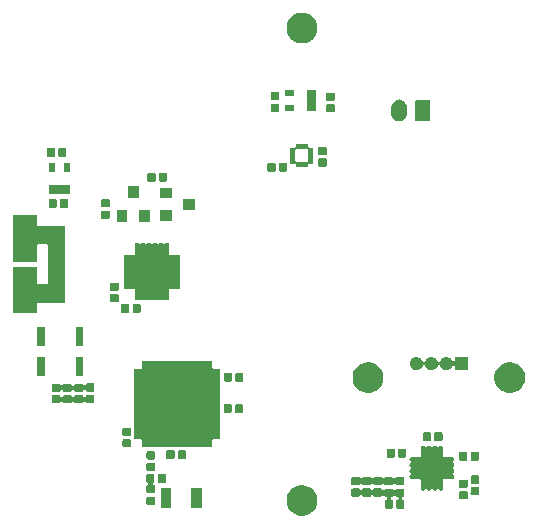
<source format=gbr>
G04 #@! TF.GenerationSoftware,KiCad,Pcbnew,5.1.5-52549c5~84~ubuntu18.04.1*
G04 #@! TF.CreationDate,2019-12-03T21:10:06-05:00*
G04 #@! TF.ProjectId,SwarmBot,53776172-6d42-46f7-942e-6b696361645f,rev?*
G04 #@! TF.SameCoordinates,Original*
G04 #@! TF.FileFunction,Soldermask,Top*
G04 #@! TF.FilePolarity,Negative*
%FSLAX46Y46*%
G04 Gerber Fmt 4.6, Leading zero omitted, Abs format (unit mm)*
G04 Created by KiCad (PCBNEW 5.1.5-52549c5~84~ubuntu18.04.1) date 2019-12-03 21:10:06*
%MOMM*%
%LPD*%
G04 APERTURE LIST*
%ADD10C,0.100000*%
G04 APERTURE END LIST*
D10*
G36*
X379487Y-18748996D02*
G01*
X574091Y-18829604D01*
X616255Y-18847069D01*
X829339Y-18989447D01*
X1010553Y-19170661D01*
X1150717Y-19380431D01*
X1152932Y-19383747D01*
X1251004Y-19620513D01*
X1301000Y-19871861D01*
X1301000Y-20128139D01*
X1251004Y-20379487D01*
X1166207Y-20584204D01*
X1152931Y-20616255D01*
X1010553Y-20829339D01*
X829339Y-21010553D01*
X616255Y-21152931D01*
X616254Y-21152932D01*
X616253Y-21152932D01*
X379487Y-21251004D01*
X128139Y-21301000D01*
X-128139Y-21301000D01*
X-379487Y-21251004D01*
X-616253Y-21152932D01*
X-616254Y-21152932D01*
X-616255Y-21152931D01*
X-829339Y-21010553D01*
X-1010553Y-20829339D01*
X-1152931Y-20616255D01*
X-1166207Y-20584204D01*
X-1251004Y-20379487D01*
X-1301000Y-20128139D01*
X-1301000Y-19871861D01*
X-1251004Y-19620513D01*
X-1152932Y-19383747D01*
X-1150716Y-19380431D01*
X-1010553Y-19170661D01*
X-829339Y-18989447D01*
X-616255Y-18847069D01*
X-574091Y-18829604D01*
X-379487Y-18748996D01*
X-128139Y-18699000D01*
X128139Y-18699000D01*
X379487Y-18748996D01*
G37*
G36*
X6708138Y-18986116D02*
G01*
X6728757Y-18992371D01*
X6747753Y-19002524D01*
X6764408Y-19016192D01*
X6778074Y-19032845D01*
X6793932Y-19062513D01*
X6807546Y-19082887D01*
X6824873Y-19100214D01*
X6845248Y-19113828D01*
X6867887Y-19123205D01*
X6891920Y-19127985D01*
X6916424Y-19127985D01*
X6940457Y-19123204D01*
X6963096Y-19113827D01*
X6983470Y-19100213D01*
X7000797Y-19082886D01*
X7013742Y-19063513D01*
X7027792Y-19046392D01*
X7044447Y-19032724D01*
X7063443Y-19022571D01*
X7084062Y-19016316D01*
X7111640Y-19013600D01*
X7620360Y-19013600D01*
X7647938Y-19016316D01*
X7668557Y-19022571D01*
X7687553Y-19032724D01*
X7704208Y-19046392D01*
X7717875Y-19063047D01*
X7724379Y-19075214D01*
X7737993Y-19095588D01*
X7755320Y-19112915D01*
X7775694Y-19126528D01*
X7798333Y-19135905D01*
X7822367Y-19140685D01*
X7846871Y-19140685D01*
X7870904Y-19135904D01*
X7893543Y-19126526D01*
X7913917Y-19112912D01*
X7931244Y-19095585D01*
X7944855Y-19075214D01*
X7953924Y-19058247D01*
X7967592Y-19041592D01*
X7984247Y-19027924D01*
X8003243Y-19017771D01*
X8023862Y-19011516D01*
X8051440Y-19008800D01*
X8560160Y-19008800D01*
X8587738Y-19011516D01*
X8608357Y-19017771D01*
X8627353Y-19027924D01*
X8644008Y-19041592D01*
X8657676Y-19058247D01*
X8667829Y-19077243D01*
X8674084Y-19097862D01*
X8676800Y-19125440D01*
X8676800Y-19584160D01*
X8674084Y-19611738D01*
X8667829Y-19632357D01*
X8657676Y-19651353D01*
X8644008Y-19668008D01*
X8627353Y-19681676D01*
X8608357Y-19691829D01*
X8587738Y-19698084D01*
X8563377Y-19700483D01*
X8539344Y-19705263D01*
X8516705Y-19714640D01*
X8496330Y-19728254D01*
X8479003Y-19745581D01*
X8465389Y-19765955D01*
X8456012Y-19788594D01*
X8451231Y-19812627D01*
X8451231Y-19837131D01*
X8456011Y-19861164D01*
X8465388Y-19883803D01*
X8479002Y-19904178D01*
X8496329Y-19921505D01*
X8516703Y-19935119D01*
X8539342Y-19944496D01*
X8563375Y-19949277D01*
X8588138Y-19951716D01*
X8608757Y-19957971D01*
X8627753Y-19968124D01*
X8644408Y-19981792D01*
X8658076Y-19998447D01*
X8668229Y-20017443D01*
X8674484Y-20038062D01*
X8677200Y-20065640D01*
X8677200Y-20574360D01*
X8674484Y-20601938D01*
X8668229Y-20622557D01*
X8658076Y-20641553D01*
X8644408Y-20658208D01*
X8627753Y-20671876D01*
X8608757Y-20682029D01*
X8588138Y-20688284D01*
X8560560Y-20691000D01*
X8101840Y-20691000D01*
X8074262Y-20688284D01*
X8053643Y-20682029D01*
X8034647Y-20671876D01*
X8017992Y-20658208D01*
X8004324Y-20641553D01*
X7994171Y-20622557D01*
X7987916Y-20601938D01*
X7985200Y-20574360D01*
X7985200Y-20065640D01*
X7987916Y-20038062D01*
X7994171Y-20017443D01*
X8004324Y-19998447D01*
X8017992Y-19981792D01*
X8034647Y-19968124D01*
X8053643Y-19957971D01*
X8074262Y-19951716D01*
X8089696Y-19950196D01*
X8113729Y-19945416D01*
X8136368Y-19936038D01*
X8156742Y-19922425D01*
X8174069Y-19905098D01*
X8187683Y-19884723D01*
X8197061Y-19862084D01*
X8201841Y-19838051D01*
X8201841Y-19813547D01*
X8197061Y-19789514D01*
X8187683Y-19766875D01*
X8174070Y-19746501D01*
X8156743Y-19729174D01*
X8136368Y-19715560D01*
X8113729Y-19706182D01*
X8089696Y-19701402D01*
X8077444Y-19700800D01*
X8051440Y-19700800D01*
X8023862Y-19698084D01*
X8003243Y-19691829D01*
X7984247Y-19681676D01*
X7967592Y-19668008D01*
X7953925Y-19651353D01*
X7947421Y-19639186D01*
X7933807Y-19618812D01*
X7916480Y-19601485D01*
X7896106Y-19587872D01*
X7873467Y-19578495D01*
X7849433Y-19573715D01*
X7824929Y-19573715D01*
X7800896Y-19578496D01*
X7778257Y-19587874D01*
X7757883Y-19601488D01*
X7740556Y-19618815D01*
X7726945Y-19639186D01*
X7717876Y-19656153D01*
X7704208Y-19672808D01*
X7687553Y-19686476D01*
X7668557Y-19696629D01*
X7647938Y-19702884D01*
X7631592Y-19704494D01*
X7607559Y-19709275D01*
X7584921Y-19718652D01*
X7564546Y-19732266D01*
X7547220Y-19749594D01*
X7533606Y-19769968D01*
X7524229Y-19792607D01*
X7519449Y-19816640D01*
X7519449Y-19841145D01*
X7524230Y-19865178D01*
X7533607Y-19887816D01*
X7547221Y-19908191D01*
X7564549Y-19925517D01*
X7584923Y-19939131D01*
X7607562Y-19948508D01*
X7638756Y-19957970D01*
X7657753Y-19968124D01*
X7674408Y-19981792D01*
X7688076Y-19998447D01*
X7698229Y-20017443D01*
X7704484Y-20038062D01*
X7707200Y-20065640D01*
X7707200Y-20574360D01*
X7704484Y-20601938D01*
X7698229Y-20622557D01*
X7688076Y-20641553D01*
X7674408Y-20658208D01*
X7657753Y-20671876D01*
X7638757Y-20682029D01*
X7618138Y-20688284D01*
X7590560Y-20691000D01*
X7131840Y-20691000D01*
X7104262Y-20688284D01*
X7083643Y-20682029D01*
X7064647Y-20671876D01*
X7047992Y-20658208D01*
X7034324Y-20641553D01*
X7024171Y-20622557D01*
X7017916Y-20601938D01*
X7015200Y-20574360D01*
X7015200Y-20065640D01*
X7017916Y-20038062D01*
X7024171Y-20017443D01*
X7034324Y-19998447D01*
X7047992Y-19981792D01*
X7064647Y-19968124D01*
X7083643Y-19957971D01*
X7113773Y-19948831D01*
X7118376Y-19947916D01*
X7141016Y-19938541D01*
X7161392Y-19924929D01*
X7178721Y-19907604D01*
X7192337Y-19887231D01*
X7201717Y-19864593D01*
X7206500Y-19840561D01*
X7206502Y-19816056D01*
X7201725Y-19792023D01*
X7192350Y-19769383D01*
X7178738Y-19749007D01*
X7161413Y-19731678D01*
X7141040Y-19718062D01*
X7118402Y-19708682D01*
X7094357Y-19703898D01*
X7084062Y-19702884D01*
X7063443Y-19696629D01*
X7044447Y-19686476D01*
X7027792Y-19672808D01*
X7014126Y-19656155D01*
X6998268Y-19626487D01*
X6984654Y-19606113D01*
X6967327Y-19588786D01*
X6946952Y-19575172D01*
X6924313Y-19565795D01*
X6900280Y-19561015D01*
X6875776Y-19561015D01*
X6851743Y-19565796D01*
X6829104Y-19575173D01*
X6808730Y-19588787D01*
X6791403Y-19606114D01*
X6778458Y-19625487D01*
X6764408Y-19642608D01*
X6747753Y-19656276D01*
X6728757Y-19666429D01*
X6708138Y-19672684D01*
X6680560Y-19675400D01*
X6171840Y-19675400D01*
X6144262Y-19672684D01*
X6123643Y-19666429D01*
X6104647Y-19656276D01*
X6087992Y-19642608D01*
X6074324Y-19625952D01*
X6067178Y-19612584D01*
X6053564Y-19592210D01*
X6036236Y-19574884D01*
X6015862Y-19561271D01*
X5993222Y-19551894D01*
X5969189Y-19547115D01*
X5944685Y-19547115D01*
X5920652Y-19551897D01*
X5898013Y-19561275D01*
X5877639Y-19574889D01*
X5860313Y-19592217D01*
X5846702Y-19612587D01*
X5838274Y-19628355D01*
X5824608Y-19645008D01*
X5807953Y-19658676D01*
X5788957Y-19668829D01*
X5768338Y-19675084D01*
X5740760Y-19677800D01*
X5232040Y-19677800D01*
X5204462Y-19675084D01*
X5183843Y-19668829D01*
X5164847Y-19658676D01*
X5148192Y-19645008D01*
X5134524Y-19628352D01*
X5127378Y-19614984D01*
X5113764Y-19594610D01*
X5096436Y-19577284D01*
X5076062Y-19563671D01*
X5053422Y-19554294D01*
X5029389Y-19549515D01*
X5004885Y-19549515D01*
X4980852Y-19554297D01*
X4958213Y-19563675D01*
X4937839Y-19577289D01*
X4920513Y-19594617D01*
X4906902Y-19614987D01*
X4898474Y-19630755D01*
X4884808Y-19647408D01*
X4868153Y-19661076D01*
X4849157Y-19671229D01*
X4828538Y-19677484D01*
X4800960Y-19680200D01*
X4292240Y-19680200D01*
X4264662Y-19677484D01*
X4244043Y-19671229D01*
X4225047Y-19661076D01*
X4208392Y-19647408D01*
X4194724Y-19630753D01*
X4184571Y-19611757D01*
X4178316Y-19591138D01*
X4175600Y-19563560D01*
X4175600Y-19104840D01*
X4178316Y-19077262D01*
X4184571Y-19056643D01*
X4194724Y-19037647D01*
X4208392Y-19020992D01*
X4225047Y-19007324D01*
X4244043Y-18997171D01*
X4264662Y-18990916D01*
X4292240Y-18988200D01*
X4800960Y-18988200D01*
X4828538Y-18990916D01*
X4849157Y-18997171D01*
X4868153Y-19007324D01*
X4884808Y-19020992D01*
X4898476Y-19037648D01*
X4905622Y-19051016D01*
X4919236Y-19071390D01*
X4936564Y-19088716D01*
X4956938Y-19102329D01*
X4979578Y-19111706D01*
X5003611Y-19116485D01*
X5028115Y-19116485D01*
X5052148Y-19111703D01*
X5074787Y-19102325D01*
X5095161Y-19088711D01*
X5112487Y-19071383D01*
X5126098Y-19051013D01*
X5134526Y-19035245D01*
X5148192Y-19018592D01*
X5164847Y-19004924D01*
X5183843Y-18994771D01*
X5204462Y-18988516D01*
X5232040Y-18985800D01*
X5740760Y-18985800D01*
X5768338Y-18988516D01*
X5788957Y-18994771D01*
X5807953Y-19004924D01*
X5824608Y-19018592D01*
X5838276Y-19035248D01*
X5845422Y-19048616D01*
X5859036Y-19068990D01*
X5876364Y-19086316D01*
X5896738Y-19099929D01*
X5919378Y-19109306D01*
X5943411Y-19114085D01*
X5967915Y-19114085D01*
X5991948Y-19109303D01*
X6014587Y-19099925D01*
X6034961Y-19086311D01*
X6052287Y-19068983D01*
X6065898Y-19048613D01*
X6074326Y-19032845D01*
X6087992Y-19016192D01*
X6104647Y-19002524D01*
X6123643Y-18992371D01*
X6144262Y-18986116D01*
X6171840Y-18983400D01*
X6680560Y-18983400D01*
X6708138Y-18986116D01*
G37*
G36*
X-11067900Y-20637600D02*
G01*
X-11969900Y-20637600D01*
X-11969900Y-18935600D01*
X-11067900Y-18935600D01*
X-11067900Y-20637600D01*
G37*
G36*
X-8467900Y-20637600D02*
G01*
X-9369900Y-20637600D01*
X-9369900Y-18935600D01*
X-8467900Y-18935600D01*
X-8467900Y-20637600D01*
G37*
G36*
X-12506962Y-19674316D02*
G01*
X-12486343Y-19680571D01*
X-12467347Y-19690724D01*
X-12450692Y-19704392D01*
X-12437024Y-19721047D01*
X-12426871Y-19740043D01*
X-12420616Y-19760662D01*
X-12417900Y-19788240D01*
X-12417900Y-20246960D01*
X-12420616Y-20274538D01*
X-12426871Y-20295157D01*
X-12437024Y-20314153D01*
X-12450692Y-20330808D01*
X-12467347Y-20344476D01*
X-12486343Y-20354629D01*
X-12506962Y-20360884D01*
X-12534540Y-20363600D01*
X-13043260Y-20363600D01*
X-13070838Y-20360884D01*
X-13091457Y-20354629D01*
X-13110453Y-20344476D01*
X-13127108Y-20330808D01*
X-13140776Y-20314153D01*
X-13150929Y-20295157D01*
X-13157184Y-20274538D01*
X-13159900Y-20246960D01*
X-13159900Y-19788240D01*
X-13157184Y-19760662D01*
X-13150929Y-19740043D01*
X-13140776Y-19721047D01*
X-13127108Y-19704392D01*
X-13110453Y-19690724D01*
X-13091457Y-19680571D01*
X-13070838Y-19674316D01*
X-13043260Y-19671600D01*
X-12534540Y-19671600D01*
X-12506962Y-19674316D01*
G37*
G36*
X13947138Y-19217116D02*
G01*
X13967757Y-19223371D01*
X13986753Y-19233524D01*
X14003408Y-19247192D01*
X14017076Y-19263847D01*
X14027229Y-19282843D01*
X14033484Y-19303462D01*
X14035404Y-19322958D01*
X14040184Y-19346991D01*
X14049562Y-19369630D01*
X14058125Y-19382446D01*
X14050960Y-19393170D01*
X14041583Y-19415808D01*
X14036802Y-19439842D01*
X14036200Y-19452094D01*
X14036200Y-19789760D01*
X14033484Y-19817338D01*
X14027229Y-19837957D01*
X14017076Y-19856953D01*
X14003408Y-19873608D01*
X13986753Y-19887276D01*
X13967757Y-19897429D01*
X13947138Y-19903684D01*
X13919560Y-19906400D01*
X13410840Y-19906400D01*
X13383262Y-19903684D01*
X13362643Y-19897429D01*
X13343647Y-19887276D01*
X13326992Y-19873608D01*
X13313324Y-19856953D01*
X13303171Y-19837957D01*
X13296916Y-19817338D01*
X13294200Y-19789760D01*
X13294200Y-19331040D01*
X13296916Y-19303462D01*
X13303171Y-19282843D01*
X13313324Y-19263847D01*
X13326992Y-19247192D01*
X13343647Y-19233524D01*
X13362643Y-19223371D01*
X13383262Y-19217116D01*
X13410840Y-19214400D01*
X13919560Y-19214400D01*
X13947138Y-19217116D01*
G37*
G36*
X14937738Y-18859116D02*
G01*
X14958357Y-18865371D01*
X14977353Y-18875524D01*
X14994008Y-18889192D01*
X15007676Y-18905847D01*
X15017829Y-18924843D01*
X15024084Y-18945462D01*
X15026800Y-18973040D01*
X15026800Y-19431760D01*
X15024084Y-19459338D01*
X15017829Y-19479957D01*
X15007676Y-19498953D01*
X14994008Y-19515608D01*
X14977353Y-19529276D01*
X14958357Y-19539429D01*
X14937738Y-19545684D01*
X14910160Y-19548400D01*
X14401440Y-19548400D01*
X14373862Y-19545684D01*
X14353243Y-19539429D01*
X14334247Y-19529276D01*
X14317592Y-19515608D01*
X14303924Y-19498953D01*
X14293771Y-19479957D01*
X14287516Y-19459338D01*
X14285596Y-19439842D01*
X14280816Y-19415809D01*
X14271438Y-19393170D01*
X14262875Y-19380354D01*
X14270040Y-19369630D01*
X14279417Y-19346992D01*
X14284198Y-19322958D01*
X14284800Y-19310706D01*
X14284800Y-18973040D01*
X14287516Y-18945462D01*
X14293771Y-18924843D01*
X14303924Y-18905847D01*
X14317592Y-18889192D01*
X14334247Y-18875524D01*
X14353243Y-18865371D01*
X14373862Y-18859116D01*
X14401440Y-18856400D01*
X14910160Y-18856400D01*
X14937738Y-18859116D01*
G37*
G36*
X-12572462Y-17767316D02*
G01*
X-12551843Y-17773571D01*
X-12532847Y-17783724D01*
X-12516192Y-17797392D01*
X-12502524Y-17814047D01*
X-12492371Y-17833043D01*
X-12486116Y-17853662D01*
X-12483400Y-17881240D01*
X-12483400Y-18389960D01*
X-12486116Y-18417538D01*
X-12492371Y-18438157D01*
X-12502524Y-18457153D01*
X-12516194Y-18473810D01*
X-12538000Y-18491705D01*
X-12555328Y-18509031D01*
X-12568942Y-18529406D01*
X-12578319Y-18552044D01*
X-12583100Y-18576078D01*
X-12583100Y-18600582D01*
X-12578320Y-18624615D01*
X-12568943Y-18647254D01*
X-12555329Y-18667628D01*
X-12538003Y-18684956D01*
X-12517628Y-18698570D01*
X-12494989Y-18707947D01*
X-12486346Y-18710569D01*
X-12467347Y-18720724D01*
X-12450692Y-18734392D01*
X-12437024Y-18751047D01*
X-12426871Y-18770043D01*
X-12420616Y-18790662D01*
X-12417900Y-18818240D01*
X-12417900Y-19276960D01*
X-12420616Y-19304538D01*
X-12426871Y-19325157D01*
X-12437024Y-19344153D01*
X-12450692Y-19360808D01*
X-12467347Y-19374476D01*
X-12486343Y-19384629D01*
X-12506962Y-19390884D01*
X-12534540Y-19393600D01*
X-13043260Y-19393600D01*
X-13070838Y-19390884D01*
X-13091457Y-19384629D01*
X-13110453Y-19374476D01*
X-13127108Y-19360808D01*
X-13140776Y-19344153D01*
X-13150929Y-19325157D01*
X-13157184Y-19304538D01*
X-13159900Y-19276960D01*
X-13159900Y-18818240D01*
X-13157184Y-18790662D01*
X-13150929Y-18770043D01*
X-13140776Y-18751047D01*
X-13127108Y-18734392D01*
X-13110454Y-18720725D01*
X-13106257Y-18718482D01*
X-13085883Y-18704869D01*
X-13068556Y-18687542D01*
X-13054942Y-18667167D01*
X-13045565Y-18644529D01*
X-13040784Y-18620495D01*
X-13040784Y-18595991D01*
X-13045564Y-18571958D01*
X-13054942Y-18549319D01*
X-13068555Y-18528945D01*
X-13085882Y-18511618D01*
X-13106254Y-18498005D01*
X-13125954Y-18487474D01*
X-13142608Y-18473808D01*
X-13156276Y-18457153D01*
X-13166429Y-18438157D01*
X-13172684Y-18417538D01*
X-13175400Y-18389960D01*
X-13175400Y-17881240D01*
X-13172684Y-17853662D01*
X-13166429Y-17833043D01*
X-13156276Y-17814047D01*
X-13142608Y-17797392D01*
X-13125953Y-17783724D01*
X-13106957Y-17773571D01*
X-13086338Y-17767316D01*
X-13058760Y-17764600D01*
X-12600040Y-17764600D01*
X-12572462Y-17767316D01*
G37*
G36*
X10295401Y-15364508D02*
G01*
X10314347Y-15370256D01*
X10333291Y-15376002D01*
X10368210Y-15394666D01*
X10398816Y-15419784D01*
X10409379Y-15432655D01*
X10426702Y-15449978D01*
X10447077Y-15463592D01*
X10469715Y-15472970D01*
X10493749Y-15477750D01*
X10518253Y-15477750D01*
X10542286Y-15472970D01*
X10564925Y-15463592D01*
X10585299Y-15449979D01*
X10602617Y-15432661D01*
X10613185Y-15419784D01*
X10643791Y-15394666D01*
X10678710Y-15376002D01*
X10697654Y-15370256D01*
X10716600Y-15364508D01*
X10751696Y-15361052D01*
X10756000Y-15360628D01*
X10756001Y-15360628D01*
X10795401Y-15364508D01*
X10814347Y-15370256D01*
X10833291Y-15376002D01*
X10868210Y-15394666D01*
X10898816Y-15419784D01*
X10909379Y-15432655D01*
X10926702Y-15449978D01*
X10947077Y-15463592D01*
X10969715Y-15472970D01*
X10993749Y-15477750D01*
X11018253Y-15477750D01*
X11042286Y-15472970D01*
X11064925Y-15463592D01*
X11085299Y-15449979D01*
X11102617Y-15432661D01*
X11113185Y-15419784D01*
X11143791Y-15394666D01*
X11178710Y-15376002D01*
X11197654Y-15370256D01*
X11216600Y-15364508D01*
X11251696Y-15361052D01*
X11256000Y-15360628D01*
X11256001Y-15360628D01*
X11295401Y-15364508D01*
X11314347Y-15370256D01*
X11333291Y-15376002D01*
X11368210Y-15394666D01*
X11398816Y-15419784D01*
X11409379Y-15432655D01*
X11426702Y-15449978D01*
X11447077Y-15463592D01*
X11469715Y-15472970D01*
X11493749Y-15477750D01*
X11518253Y-15477750D01*
X11542286Y-15472970D01*
X11564925Y-15463592D01*
X11585299Y-15449979D01*
X11602617Y-15432661D01*
X11613185Y-15419784D01*
X11643791Y-15394666D01*
X11678710Y-15376002D01*
X11697654Y-15370256D01*
X11716600Y-15364508D01*
X11751696Y-15361052D01*
X11756000Y-15360628D01*
X11756001Y-15360628D01*
X11795401Y-15364508D01*
X11814347Y-15370256D01*
X11833291Y-15376002D01*
X11868210Y-15394666D01*
X11898816Y-15419784D01*
X11923934Y-15450390D01*
X11936003Y-15472970D01*
X11942597Y-15485307D01*
X11954092Y-15523199D01*
X11957000Y-15552726D01*
X11957000Y-16022474D01*
X11954092Y-16052001D01*
X11954091Y-16052003D01*
X11942598Y-16089891D01*
X11923934Y-16124810D01*
X11923931Y-16124814D01*
X11922401Y-16127676D01*
X11913024Y-16150314D01*
X11908243Y-16174347D01*
X11908243Y-16198852D01*
X11913023Y-16222885D01*
X11922400Y-16245524D01*
X11936013Y-16265898D01*
X11953340Y-16283226D01*
X11973361Y-16296604D01*
X11978066Y-16305406D01*
X11993611Y-16324348D01*
X12012553Y-16339893D01*
X12034164Y-16351444D01*
X12057613Y-16358557D01*
X12081999Y-16360959D01*
X12106385Y-16358557D01*
X12129834Y-16351444D01*
X12140924Y-16346199D01*
X12143786Y-16344669D01*
X12143790Y-16344666D01*
X12178709Y-16326002D01*
X12216599Y-16314508D01*
X12246126Y-16311600D01*
X12715874Y-16311600D01*
X12745401Y-16314508D01*
X12764347Y-16320256D01*
X12783291Y-16326002D01*
X12818210Y-16344666D01*
X12848816Y-16369784D01*
X12873934Y-16400390D01*
X12886080Y-16423114D01*
X12892597Y-16435307D01*
X12904092Y-16473199D01*
X12907972Y-16512600D01*
X12904092Y-16552001D01*
X12904091Y-16552003D01*
X12892598Y-16589891D01*
X12873934Y-16624810D01*
X12848816Y-16655416D01*
X12835945Y-16665979D01*
X12818623Y-16683301D01*
X12805009Y-16703675D01*
X12795632Y-16726314D01*
X12790851Y-16750347D01*
X12790851Y-16774851D01*
X12795631Y-16798884D01*
X12805008Y-16821523D01*
X12818622Y-16841898D01*
X12835945Y-16859221D01*
X12848816Y-16869784D01*
X12873934Y-16900390D01*
X12884894Y-16920896D01*
X12892597Y-16935307D01*
X12904092Y-16973199D01*
X12907972Y-17012600D01*
X12904092Y-17052001D01*
X12904091Y-17052003D01*
X12892598Y-17089891D01*
X12873934Y-17124810D01*
X12848816Y-17155416D01*
X12835945Y-17165979D01*
X12818623Y-17183301D01*
X12805009Y-17203675D01*
X12795632Y-17226314D01*
X12790851Y-17250347D01*
X12790851Y-17274851D01*
X12795631Y-17298884D01*
X12805008Y-17321523D01*
X12818622Y-17341898D01*
X12835945Y-17359221D01*
X12848816Y-17369784D01*
X12873934Y-17400390D01*
X12882832Y-17417038D01*
X12892597Y-17435307D01*
X12904092Y-17473199D01*
X12907972Y-17512600D01*
X12904092Y-17552001D01*
X12904091Y-17552003D01*
X12892598Y-17589891D01*
X12873934Y-17624810D01*
X12848816Y-17655416D01*
X12835945Y-17665979D01*
X12818623Y-17683301D01*
X12805009Y-17703675D01*
X12795632Y-17726314D01*
X12790851Y-17750347D01*
X12790851Y-17774851D01*
X12795631Y-17798884D01*
X12805008Y-17821523D01*
X12818622Y-17841898D01*
X12835945Y-17859221D01*
X12848816Y-17869784D01*
X12873934Y-17900390D01*
X12891466Y-17933190D01*
X12892597Y-17935307D01*
X12904092Y-17973199D01*
X12907972Y-18012600D01*
X12904092Y-18052001D01*
X12902295Y-18057924D01*
X12892598Y-18089891D01*
X12873934Y-18124810D01*
X12848816Y-18155416D01*
X12818210Y-18180534D01*
X12783291Y-18199198D01*
X12764347Y-18204945D01*
X12745401Y-18210692D01*
X12715874Y-18213600D01*
X12246126Y-18213600D01*
X12216599Y-18210692D01*
X12178709Y-18199198D01*
X12178707Y-18199197D01*
X12143790Y-18180534D01*
X12143786Y-18180531D01*
X12140924Y-18179001D01*
X12118286Y-18169624D01*
X12094253Y-18164843D01*
X12069748Y-18164843D01*
X12045715Y-18169623D01*
X12023076Y-18179000D01*
X12002702Y-18192613D01*
X11985374Y-18209940D01*
X11971996Y-18229961D01*
X11963194Y-18234666D01*
X11944252Y-18250211D01*
X11928707Y-18269153D01*
X11917156Y-18290764D01*
X11910043Y-18314213D01*
X11907641Y-18338599D01*
X11910043Y-18362985D01*
X11917156Y-18386434D01*
X11922401Y-18397524D01*
X11923931Y-18400386D01*
X11923934Y-18400390D01*
X11942598Y-18435309D01*
X11954092Y-18473199D01*
X11957000Y-18502726D01*
X11957000Y-18972474D01*
X11954092Y-19002001D01*
X11951021Y-19012124D01*
X11942598Y-19039891D01*
X11923934Y-19074810D01*
X11898816Y-19105416D01*
X11868209Y-19130534D01*
X11833290Y-19149198D01*
X11821254Y-19152849D01*
X11795400Y-19160692D01*
X11760304Y-19164148D01*
X11756000Y-19164572D01*
X11755999Y-19164572D01*
X11716599Y-19160692D01*
X11690745Y-19152849D01*
X11678709Y-19149198D01*
X11643790Y-19130534D01*
X11613184Y-19105416D01*
X11602622Y-19092546D01*
X11585299Y-19075223D01*
X11564925Y-19061609D01*
X11542286Y-19052232D01*
X11518253Y-19047451D01*
X11493749Y-19047451D01*
X11469716Y-19052231D01*
X11447077Y-19061608D01*
X11426702Y-19075222D01*
X11409379Y-19092545D01*
X11398816Y-19105416D01*
X11368209Y-19130534D01*
X11333290Y-19149198D01*
X11321254Y-19152849D01*
X11295400Y-19160692D01*
X11260304Y-19164148D01*
X11256000Y-19164572D01*
X11255999Y-19164572D01*
X11216599Y-19160692D01*
X11190745Y-19152849D01*
X11178709Y-19149198D01*
X11143790Y-19130534D01*
X11113184Y-19105416D01*
X11102622Y-19092546D01*
X11085299Y-19075223D01*
X11064925Y-19061609D01*
X11042286Y-19052232D01*
X11018253Y-19047451D01*
X10993749Y-19047451D01*
X10969716Y-19052231D01*
X10947077Y-19061608D01*
X10926702Y-19075222D01*
X10909379Y-19092545D01*
X10898816Y-19105416D01*
X10868209Y-19130534D01*
X10833290Y-19149198D01*
X10821254Y-19152849D01*
X10795400Y-19160692D01*
X10760304Y-19164148D01*
X10756000Y-19164572D01*
X10755999Y-19164572D01*
X10716599Y-19160692D01*
X10690745Y-19152849D01*
X10678709Y-19149198D01*
X10643790Y-19130534D01*
X10613184Y-19105416D01*
X10602622Y-19092546D01*
X10585299Y-19075223D01*
X10564925Y-19061609D01*
X10542286Y-19052232D01*
X10518253Y-19047451D01*
X10493749Y-19047451D01*
X10469716Y-19052231D01*
X10447077Y-19061608D01*
X10426702Y-19075222D01*
X10409379Y-19092545D01*
X10398816Y-19105416D01*
X10368209Y-19130534D01*
X10333290Y-19149198D01*
X10321254Y-19152849D01*
X10295400Y-19160692D01*
X10260304Y-19164148D01*
X10256000Y-19164572D01*
X10255999Y-19164572D01*
X10216599Y-19160692D01*
X10190745Y-19152849D01*
X10178709Y-19149198D01*
X10143790Y-19130534D01*
X10113184Y-19105416D01*
X10088066Y-19074809D01*
X10069402Y-19039890D01*
X10062692Y-19017771D01*
X10057908Y-19002000D01*
X10055000Y-18972473D01*
X10055000Y-18502731D01*
X10057909Y-18473199D01*
X10069403Y-18435309D01*
X10088067Y-18400390D01*
X10088070Y-18400386D01*
X10089600Y-18397524D01*
X10098977Y-18374886D01*
X10103758Y-18350853D01*
X10103758Y-18326348D01*
X10098978Y-18302315D01*
X10089601Y-18279676D01*
X10075988Y-18259302D01*
X10058661Y-18241974D01*
X10038638Y-18228595D01*
X10033934Y-18219794D01*
X10018389Y-18200852D01*
X9999447Y-18185307D01*
X9977836Y-18173756D01*
X9954387Y-18166643D01*
X9930001Y-18164241D01*
X9905615Y-18166643D01*
X9882166Y-18173756D01*
X9871076Y-18179001D01*
X9868214Y-18180531D01*
X9868210Y-18180534D01*
X9833293Y-18199197D01*
X9833291Y-18199198D01*
X9795401Y-18210692D01*
X9765874Y-18213600D01*
X9296126Y-18213600D01*
X9266599Y-18210692D01*
X9247653Y-18204945D01*
X9228709Y-18199198D01*
X9193790Y-18180534D01*
X9163184Y-18155416D01*
X9138066Y-18124810D01*
X9119402Y-18089891D01*
X9109705Y-18057924D01*
X9107908Y-18052001D01*
X9104028Y-18012600D01*
X9107908Y-17973199D01*
X9119403Y-17935307D01*
X9120534Y-17933190D01*
X9138066Y-17900390D01*
X9163184Y-17869784D01*
X9176055Y-17859221D01*
X9193377Y-17841899D01*
X9206991Y-17821525D01*
X9216368Y-17798886D01*
X9221149Y-17774853D01*
X9221149Y-17750349D01*
X9216369Y-17726316D01*
X9206992Y-17703677D01*
X9193378Y-17683302D01*
X9176055Y-17665979D01*
X9163184Y-17655416D01*
X9138066Y-17624810D01*
X9119402Y-17589891D01*
X9107909Y-17552003D01*
X9107908Y-17552001D01*
X9104028Y-17512600D01*
X9107908Y-17473199D01*
X9119403Y-17435307D01*
X9129168Y-17417038D01*
X9138066Y-17400390D01*
X9163184Y-17369784D01*
X9176055Y-17359221D01*
X9193377Y-17341899D01*
X9206991Y-17321525D01*
X9216368Y-17298886D01*
X9221149Y-17274853D01*
X9221149Y-17250349D01*
X9216369Y-17226316D01*
X9206992Y-17203677D01*
X9193378Y-17183302D01*
X9176055Y-17165979D01*
X9163184Y-17155416D01*
X9138066Y-17124810D01*
X9119402Y-17089891D01*
X9107909Y-17052003D01*
X9107908Y-17052001D01*
X9104028Y-17012600D01*
X9107908Y-16973199D01*
X9119403Y-16935307D01*
X9127106Y-16920896D01*
X9138066Y-16900390D01*
X9163184Y-16869784D01*
X9176055Y-16859221D01*
X9193377Y-16841899D01*
X9206991Y-16821525D01*
X9216368Y-16798886D01*
X9221149Y-16774853D01*
X9221149Y-16750349D01*
X9216369Y-16726316D01*
X9206992Y-16703677D01*
X9193378Y-16683302D01*
X9176055Y-16665979D01*
X9163184Y-16655416D01*
X9138066Y-16624810D01*
X9119402Y-16589891D01*
X9107909Y-16552003D01*
X9107908Y-16552001D01*
X9104028Y-16512600D01*
X9107908Y-16473199D01*
X9119403Y-16435307D01*
X9125920Y-16423114D01*
X9138066Y-16400390D01*
X9163184Y-16369784D01*
X9193790Y-16344666D01*
X9228709Y-16326002D01*
X9247653Y-16320256D01*
X9266599Y-16314508D01*
X9296126Y-16311600D01*
X9765874Y-16311600D01*
X9795401Y-16314508D01*
X9833291Y-16326002D01*
X9868210Y-16344666D01*
X9868214Y-16344669D01*
X9871076Y-16346199D01*
X9893714Y-16355576D01*
X9917747Y-16360357D01*
X9942252Y-16360357D01*
X9966285Y-16355577D01*
X9988924Y-16346200D01*
X10009298Y-16332587D01*
X10026626Y-16315260D01*
X10040003Y-16295240D01*
X10048807Y-16290534D01*
X10067749Y-16274989D01*
X10083294Y-16256047D01*
X10094845Y-16234436D01*
X10101958Y-16210987D01*
X10104360Y-16186601D01*
X10101958Y-16162215D01*
X10094845Y-16138766D01*
X10089599Y-16127675D01*
X10088069Y-16124813D01*
X10088066Y-16124809D01*
X10069402Y-16089890D01*
X10057909Y-16052002D01*
X10057908Y-16052000D01*
X10055000Y-16022473D01*
X10055000Y-15552731D01*
X10057909Y-15523199D01*
X10069404Y-15485307D01*
X10075998Y-15472970D01*
X10088067Y-15450390D01*
X10113185Y-15419784D01*
X10143791Y-15394666D01*
X10178710Y-15376002D01*
X10197654Y-15370256D01*
X10216600Y-15364508D01*
X10251696Y-15361052D01*
X10256000Y-15360628D01*
X10256001Y-15360628D01*
X10295401Y-15364508D01*
G37*
G36*
X13947138Y-18247116D02*
G01*
X13967757Y-18253371D01*
X13986753Y-18263524D01*
X14003408Y-18277192D01*
X14017076Y-18293847D01*
X14027229Y-18312843D01*
X14033484Y-18333462D01*
X14035404Y-18352958D01*
X14040184Y-18376991D01*
X14049562Y-18399630D01*
X14058125Y-18412446D01*
X14050960Y-18423170D01*
X14041583Y-18445808D01*
X14036802Y-18469842D01*
X14036200Y-18482094D01*
X14036200Y-18819760D01*
X14033484Y-18847338D01*
X14027229Y-18867957D01*
X14017076Y-18886953D01*
X14003408Y-18903608D01*
X13986753Y-18917276D01*
X13967757Y-18927429D01*
X13947138Y-18933684D01*
X13919560Y-18936400D01*
X13410840Y-18936400D01*
X13383262Y-18933684D01*
X13362643Y-18927429D01*
X13343647Y-18917276D01*
X13326992Y-18903608D01*
X13313324Y-18886953D01*
X13303171Y-18867957D01*
X13296916Y-18847338D01*
X13294200Y-18819760D01*
X13294200Y-18361040D01*
X13296916Y-18333462D01*
X13303171Y-18312843D01*
X13313324Y-18293847D01*
X13326992Y-18277192D01*
X13343647Y-18263524D01*
X13362643Y-18253371D01*
X13383262Y-18247116D01*
X13410840Y-18244400D01*
X13919560Y-18244400D01*
X13947138Y-18247116D01*
G37*
G36*
X6708138Y-18016116D02*
G01*
X6728757Y-18022371D01*
X6747753Y-18032524D01*
X6764408Y-18046192D01*
X6778074Y-18062845D01*
X6793932Y-18092513D01*
X6807546Y-18112887D01*
X6824873Y-18130214D01*
X6845248Y-18143828D01*
X6867887Y-18153205D01*
X6891920Y-18157985D01*
X6916424Y-18157985D01*
X6940457Y-18153204D01*
X6963096Y-18143827D01*
X6983470Y-18130213D01*
X7000797Y-18112886D01*
X7013742Y-18093513D01*
X7027792Y-18076392D01*
X7044447Y-18062724D01*
X7063443Y-18052571D01*
X7084062Y-18046316D01*
X7111640Y-18043600D01*
X7620360Y-18043600D01*
X7647938Y-18046316D01*
X7668557Y-18052571D01*
X7687553Y-18062724D01*
X7704208Y-18076392D01*
X7717875Y-18093047D01*
X7724379Y-18105214D01*
X7737993Y-18125588D01*
X7755320Y-18142915D01*
X7775694Y-18156528D01*
X7798333Y-18165905D01*
X7822367Y-18170685D01*
X7846871Y-18170685D01*
X7870904Y-18165904D01*
X7893543Y-18156526D01*
X7913917Y-18142912D01*
X7931244Y-18125585D01*
X7944855Y-18105214D01*
X7953924Y-18088247D01*
X7967592Y-18071592D01*
X7984247Y-18057924D01*
X8003243Y-18047771D01*
X8023862Y-18041516D01*
X8051440Y-18038800D01*
X8560160Y-18038800D01*
X8587738Y-18041516D01*
X8608357Y-18047771D01*
X8627353Y-18057924D01*
X8644008Y-18071592D01*
X8657676Y-18088247D01*
X8667829Y-18107243D01*
X8674084Y-18127862D01*
X8676800Y-18155440D01*
X8676800Y-18614160D01*
X8674084Y-18641738D01*
X8667829Y-18662357D01*
X8657676Y-18681353D01*
X8644008Y-18698008D01*
X8627353Y-18711676D01*
X8608357Y-18721829D01*
X8587738Y-18728084D01*
X8560160Y-18730800D01*
X8051440Y-18730800D01*
X8023862Y-18728084D01*
X8003243Y-18721829D01*
X7984247Y-18711676D01*
X7967592Y-18698008D01*
X7953925Y-18681353D01*
X7947421Y-18669186D01*
X7933807Y-18648812D01*
X7916480Y-18631485D01*
X7896106Y-18617872D01*
X7873467Y-18608495D01*
X7849433Y-18603715D01*
X7824929Y-18603715D01*
X7800896Y-18608496D01*
X7778257Y-18617874D01*
X7757883Y-18631488D01*
X7740556Y-18648815D01*
X7726945Y-18669186D01*
X7717876Y-18686153D01*
X7704208Y-18702808D01*
X7687553Y-18716476D01*
X7668557Y-18726629D01*
X7647938Y-18732884D01*
X7620360Y-18735600D01*
X7111640Y-18735600D01*
X7084062Y-18732884D01*
X7063443Y-18726629D01*
X7044447Y-18716476D01*
X7027792Y-18702808D01*
X7014126Y-18686155D01*
X6998268Y-18656487D01*
X6984654Y-18636113D01*
X6967327Y-18618786D01*
X6946952Y-18605172D01*
X6924313Y-18595795D01*
X6900280Y-18591015D01*
X6875776Y-18591015D01*
X6851743Y-18595796D01*
X6829104Y-18605173D01*
X6808730Y-18618787D01*
X6791403Y-18636114D01*
X6778458Y-18655487D01*
X6764408Y-18672608D01*
X6747753Y-18686276D01*
X6728757Y-18696429D01*
X6708138Y-18702684D01*
X6680560Y-18705400D01*
X6171840Y-18705400D01*
X6144262Y-18702684D01*
X6123643Y-18696429D01*
X6104647Y-18686276D01*
X6087992Y-18672608D01*
X6074324Y-18655952D01*
X6067178Y-18642584D01*
X6053564Y-18622210D01*
X6036236Y-18604884D01*
X6015862Y-18591271D01*
X5993222Y-18581894D01*
X5969189Y-18577115D01*
X5944685Y-18577115D01*
X5920652Y-18581897D01*
X5898013Y-18591275D01*
X5877639Y-18604889D01*
X5860313Y-18622217D01*
X5846702Y-18642587D01*
X5838274Y-18658355D01*
X5824608Y-18675008D01*
X5807953Y-18688676D01*
X5788957Y-18698829D01*
X5768338Y-18705084D01*
X5740760Y-18707800D01*
X5232040Y-18707800D01*
X5204462Y-18705084D01*
X5183843Y-18698829D01*
X5164847Y-18688676D01*
X5148192Y-18675008D01*
X5134524Y-18658352D01*
X5127378Y-18644984D01*
X5113764Y-18624610D01*
X5096436Y-18607284D01*
X5076062Y-18593671D01*
X5053422Y-18584294D01*
X5029389Y-18579515D01*
X5004885Y-18579515D01*
X4980852Y-18584297D01*
X4958213Y-18593675D01*
X4937839Y-18607289D01*
X4920513Y-18624617D01*
X4906902Y-18644987D01*
X4898474Y-18660755D01*
X4884808Y-18677408D01*
X4868153Y-18691076D01*
X4849157Y-18701229D01*
X4828538Y-18707484D01*
X4800960Y-18710200D01*
X4292240Y-18710200D01*
X4264662Y-18707484D01*
X4244043Y-18701229D01*
X4225047Y-18691076D01*
X4208392Y-18677408D01*
X4194724Y-18660753D01*
X4184571Y-18641757D01*
X4178316Y-18621138D01*
X4175600Y-18593560D01*
X4175600Y-18134840D01*
X4178316Y-18107262D01*
X4184571Y-18086643D01*
X4194724Y-18067647D01*
X4208392Y-18050992D01*
X4225047Y-18037324D01*
X4244043Y-18027171D01*
X4264662Y-18020916D01*
X4292240Y-18018200D01*
X4800960Y-18018200D01*
X4828538Y-18020916D01*
X4849157Y-18027171D01*
X4868153Y-18037324D01*
X4884808Y-18050992D01*
X4898476Y-18067648D01*
X4905622Y-18081016D01*
X4919236Y-18101390D01*
X4936564Y-18118716D01*
X4956938Y-18132329D01*
X4979578Y-18141706D01*
X5003611Y-18146485D01*
X5028115Y-18146485D01*
X5052148Y-18141703D01*
X5074787Y-18132325D01*
X5095161Y-18118711D01*
X5112487Y-18101383D01*
X5126098Y-18081013D01*
X5134526Y-18065245D01*
X5148192Y-18048592D01*
X5164847Y-18034924D01*
X5183843Y-18024771D01*
X5204462Y-18018516D01*
X5232040Y-18015800D01*
X5740760Y-18015800D01*
X5768338Y-18018516D01*
X5788957Y-18024771D01*
X5807953Y-18034924D01*
X5824608Y-18048592D01*
X5838276Y-18065248D01*
X5845422Y-18078616D01*
X5859036Y-18098990D01*
X5876364Y-18116316D01*
X5896738Y-18129929D01*
X5919378Y-18139306D01*
X5943411Y-18144085D01*
X5967915Y-18144085D01*
X5991948Y-18139303D01*
X6014587Y-18129925D01*
X6034961Y-18116311D01*
X6052287Y-18098983D01*
X6065898Y-18078613D01*
X6074326Y-18062845D01*
X6087992Y-18046192D01*
X6104647Y-18032524D01*
X6123643Y-18022371D01*
X6144262Y-18016116D01*
X6171840Y-18013400D01*
X6680560Y-18013400D01*
X6708138Y-18016116D01*
G37*
G36*
X14937738Y-17889116D02*
G01*
X14958357Y-17895371D01*
X14977353Y-17905524D01*
X14994008Y-17919192D01*
X15007676Y-17935847D01*
X15017829Y-17954843D01*
X15024084Y-17975462D01*
X15026800Y-18003040D01*
X15026800Y-18461760D01*
X15024084Y-18489338D01*
X15017829Y-18509957D01*
X15007676Y-18528953D01*
X14994008Y-18545608D01*
X14977353Y-18559276D01*
X14958357Y-18569429D01*
X14937738Y-18575684D01*
X14910160Y-18578400D01*
X14401440Y-18578400D01*
X14373862Y-18575684D01*
X14353243Y-18569429D01*
X14334247Y-18559276D01*
X14317592Y-18545608D01*
X14303924Y-18528953D01*
X14293771Y-18509957D01*
X14287516Y-18489338D01*
X14285596Y-18469842D01*
X14280816Y-18445809D01*
X14271438Y-18423170D01*
X14262875Y-18410354D01*
X14270040Y-18399630D01*
X14279417Y-18376992D01*
X14284198Y-18352958D01*
X14284800Y-18340706D01*
X14284800Y-18003040D01*
X14287516Y-17975462D01*
X14293771Y-17954843D01*
X14303924Y-17935847D01*
X14317592Y-17919192D01*
X14334247Y-17905524D01*
X14353243Y-17895371D01*
X14373862Y-17889116D01*
X14401440Y-17886400D01*
X14910160Y-17886400D01*
X14937738Y-17889116D01*
G37*
G36*
X-11602462Y-17767316D02*
G01*
X-11581843Y-17773571D01*
X-11562847Y-17783724D01*
X-11546192Y-17797392D01*
X-11532524Y-17814047D01*
X-11522371Y-17833043D01*
X-11516116Y-17853662D01*
X-11513400Y-17881240D01*
X-11513400Y-18389960D01*
X-11516116Y-18417538D01*
X-11522371Y-18438157D01*
X-11532524Y-18457153D01*
X-11546192Y-18473808D01*
X-11562847Y-18487476D01*
X-11581843Y-18497629D01*
X-11602462Y-18503884D01*
X-11630040Y-18506600D01*
X-12088760Y-18506600D01*
X-12116338Y-18503884D01*
X-12136957Y-18497629D01*
X-12155953Y-18487476D01*
X-12172608Y-18473808D01*
X-12186276Y-18457153D01*
X-12196429Y-18438157D01*
X-12202684Y-18417538D01*
X-12205400Y-18389960D01*
X-12205400Y-17881240D01*
X-12202684Y-17853662D01*
X-12196429Y-17833043D01*
X-12186276Y-17814047D01*
X-12172608Y-17797392D01*
X-12155953Y-17783724D01*
X-12136957Y-17773571D01*
X-12116338Y-17767316D01*
X-12088760Y-17764600D01*
X-11630040Y-17764600D01*
X-11602462Y-17767316D01*
G37*
G36*
X-12506962Y-16816816D02*
G01*
X-12486343Y-16823071D01*
X-12467347Y-16833224D01*
X-12450692Y-16846892D01*
X-12437024Y-16863547D01*
X-12426871Y-16882543D01*
X-12420616Y-16903162D01*
X-12417900Y-16930740D01*
X-12417900Y-17389460D01*
X-12420616Y-17417038D01*
X-12426871Y-17437657D01*
X-12437024Y-17456653D01*
X-12450692Y-17473308D01*
X-12467347Y-17486976D01*
X-12486343Y-17497129D01*
X-12506962Y-17503384D01*
X-12534540Y-17506100D01*
X-13043260Y-17506100D01*
X-13070838Y-17503384D01*
X-13091457Y-17497129D01*
X-13110453Y-17486976D01*
X-13127108Y-17473308D01*
X-13140776Y-17456653D01*
X-13150929Y-17437657D01*
X-13157184Y-17417038D01*
X-13159900Y-17389460D01*
X-13159900Y-16930740D01*
X-13157184Y-16903162D01*
X-13150929Y-16882543D01*
X-13140776Y-16863547D01*
X-13127108Y-16846892D01*
X-13110453Y-16833224D01*
X-13091457Y-16823071D01*
X-13070838Y-16816816D01*
X-13043260Y-16814100D01*
X-12534540Y-16814100D01*
X-12506962Y-16816816D01*
G37*
G36*
X14892138Y-15887716D02*
G01*
X14912757Y-15893971D01*
X14931753Y-15904124D01*
X14948408Y-15917792D01*
X14962076Y-15934447D01*
X14972229Y-15953443D01*
X14978484Y-15974062D01*
X14981200Y-16001640D01*
X14981200Y-16510360D01*
X14978484Y-16537938D01*
X14972229Y-16558557D01*
X14962076Y-16577553D01*
X14948408Y-16594208D01*
X14931753Y-16607876D01*
X14912757Y-16618029D01*
X14892138Y-16624284D01*
X14864560Y-16627000D01*
X14405840Y-16627000D01*
X14378262Y-16624284D01*
X14357643Y-16618029D01*
X14338647Y-16607876D01*
X14321992Y-16594208D01*
X14308324Y-16577553D01*
X14298171Y-16558557D01*
X14291916Y-16537938D01*
X14289200Y-16510360D01*
X14289200Y-16001640D01*
X14291916Y-15974062D01*
X14298171Y-15953443D01*
X14308324Y-15934447D01*
X14321992Y-15917792D01*
X14338647Y-15904124D01*
X14357643Y-15893971D01*
X14378262Y-15887716D01*
X14405840Y-15885000D01*
X14864560Y-15885000D01*
X14892138Y-15887716D01*
G37*
G36*
X13922138Y-15887716D02*
G01*
X13942757Y-15893971D01*
X13961753Y-15904124D01*
X13978408Y-15917792D01*
X13992076Y-15934447D01*
X14002229Y-15953443D01*
X14008484Y-15974062D01*
X14011200Y-16001640D01*
X14011200Y-16510360D01*
X14008484Y-16537938D01*
X14002229Y-16558557D01*
X13992076Y-16577553D01*
X13978408Y-16594208D01*
X13961753Y-16607876D01*
X13942757Y-16618029D01*
X13922138Y-16624284D01*
X13894560Y-16627000D01*
X13435840Y-16627000D01*
X13408262Y-16624284D01*
X13387643Y-16618029D01*
X13368647Y-16607876D01*
X13351992Y-16594208D01*
X13338324Y-16577553D01*
X13328171Y-16558557D01*
X13321916Y-16537938D01*
X13319200Y-16510360D01*
X13319200Y-16001640D01*
X13321916Y-15974062D01*
X13328171Y-15953443D01*
X13338324Y-15934447D01*
X13351992Y-15917792D01*
X13368647Y-15904124D01*
X13387643Y-15893971D01*
X13408262Y-15887716D01*
X13435840Y-15885000D01*
X13894560Y-15885000D01*
X13922138Y-15887716D01*
G37*
G36*
X-12506962Y-15846816D02*
G01*
X-12486343Y-15853071D01*
X-12467347Y-15863224D01*
X-12450692Y-15876892D01*
X-12437024Y-15893547D01*
X-12426871Y-15912543D01*
X-12420616Y-15933162D01*
X-12417900Y-15960740D01*
X-12417900Y-16419460D01*
X-12420616Y-16447038D01*
X-12426871Y-16467657D01*
X-12437024Y-16486653D01*
X-12450692Y-16503308D01*
X-12467347Y-16516976D01*
X-12486343Y-16527129D01*
X-12506962Y-16533384D01*
X-12534540Y-16536100D01*
X-13043260Y-16536100D01*
X-13070838Y-16533384D01*
X-13091457Y-16527129D01*
X-13110453Y-16516976D01*
X-13127108Y-16503308D01*
X-13140776Y-16486653D01*
X-13150929Y-16467657D01*
X-13157184Y-16447038D01*
X-13159900Y-16419460D01*
X-13159900Y-15960740D01*
X-13157184Y-15933162D01*
X-13150929Y-15912543D01*
X-13140776Y-15893547D01*
X-13127108Y-15876892D01*
X-13110453Y-15863224D01*
X-13091457Y-15853071D01*
X-13070838Y-15846816D01*
X-13043260Y-15844100D01*
X-12534540Y-15844100D01*
X-12506962Y-15846816D01*
G37*
G36*
X-10873062Y-15760716D02*
G01*
X-10852443Y-15766971D01*
X-10833447Y-15777124D01*
X-10816792Y-15790792D01*
X-10803124Y-15807447D01*
X-10792971Y-15826443D01*
X-10786716Y-15847062D01*
X-10784000Y-15874640D01*
X-10784000Y-16383360D01*
X-10786716Y-16410938D01*
X-10792971Y-16431557D01*
X-10803124Y-16450553D01*
X-10816792Y-16467208D01*
X-10833447Y-16480876D01*
X-10852443Y-16491029D01*
X-10873062Y-16497284D01*
X-10900640Y-16500000D01*
X-11359360Y-16500000D01*
X-11386938Y-16497284D01*
X-11407557Y-16491029D01*
X-11426553Y-16480876D01*
X-11443208Y-16467208D01*
X-11456876Y-16450553D01*
X-11467029Y-16431557D01*
X-11473284Y-16410938D01*
X-11476000Y-16383360D01*
X-11476000Y-15874640D01*
X-11473284Y-15847062D01*
X-11467029Y-15826443D01*
X-11456876Y-15807447D01*
X-11443208Y-15790792D01*
X-11426553Y-15777124D01*
X-11407557Y-15766971D01*
X-11386938Y-15760716D01*
X-11359360Y-15758000D01*
X-10900640Y-15758000D01*
X-10873062Y-15760716D01*
G37*
G36*
X-9903062Y-15760716D02*
G01*
X-9882443Y-15766971D01*
X-9863447Y-15777124D01*
X-9846792Y-15790792D01*
X-9833124Y-15807447D01*
X-9822971Y-15826443D01*
X-9816716Y-15847062D01*
X-9814000Y-15874640D01*
X-9814000Y-16383360D01*
X-9816716Y-16410938D01*
X-9822971Y-16431557D01*
X-9833124Y-16450553D01*
X-9846792Y-16467208D01*
X-9863447Y-16480876D01*
X-9882443Y-16491029D01*
X-9903062Y-16497284D01*
X-9930640Y-16500000D01*
X-10389360Y-16500000D01*
X-10416938Y-16497284D01*
X-10437557Y-16491029D01*
X-10456553Y-16480876D01*
X-10473208Y-16467208D01*
X-10486876Y-16450553D01*
X-10497029Y-16431557D01*
X-10503284Y-16410938D01*
X-10506000Y-16383360D01*
X-10506000Y-15874640D01*
X-10503284Y-15847062D01*
X-10497029Y-15826443D01*
X-10486876Y-15807447D01*
X-10473208Y-15790792D01*
X-10456553Y-15777124D01*
X-10437557Y-15766971D01*
X-10416938Y-15760716D01*
X-10389360Y-15758000D01*
X-9930640Y-15758000D01*
X-9903062Y-15760716D01*
G37*
G36*
X7770538Y-15633716D02*
G01*
X7791157Y-15639971D01*
X7810153Y-15650124D01*
X7826808Y-15663792D01*
X7840476Y-15680447D01*
X7850629Y-15699443D01*
X7856884Y-15720062D01*
X7859600Y-15747640D01*
X7859600Y-16256360D01*
X7856884Y-16283938D01*
X7850629Y-16304557D01*
X7840476Y-16323553D01*
X7826808Y-16340208D01*
X7810153Y-16353876D01*
X7791157Y-16364029D01*
X7770538Y-16370284D01*
X7742960Y-16373000D01*
X7284240Y-16373000D01*
X7256662Y-16370284D01*
X7236043Y-16364029D01*
X7217047Y-16353876D01*
X7200392Y-16340208D01*
X7186724Y-16323553D01*
X7176571Y-16304557D01*
X7170316Y-16283938D01*
X7167600Y-16256360D01*
X7167600Y-15747640D01*
X7170316Y-15720062D01*
X7176571Y-15699443D01*
X7186724Y-15680447D01*
X7200392Y-15663792D01*
X7217047Y-15650124D01*
X7236043Y-15639971D01*
X7256662Y-15633716D01*
X7284240Y-15631000D01*
X7742960Y-15631000D01*
X7770538Y-15633716D01*
G37*
G36*
X8740538Y-15633716D02*
G01*
X8761157Y-15639971D01*
X8780153Y-15650124D01*
X8796808Y-15663792D01*
X8810476Y-15680447D01*
X8820629Y-15699443D01*
X8826884Y-15720062D01*
X8829600Y-15747640D01*
X8829600Y-16256360D01*
X8826884Y-16283938D01*
X8820629Y-16304557D01*
X8810476Y-16323553D01*
X8796808Y-16340208D01*
X8780153Y-16353876D01*
X8761157Y-16364029D01*
X8740538Y-16370284D01*
X8712960Y-16373000D01*
X8254240Y-16373000D01*
X8226662Y-16370284D01*
X8206043Y-16364029D01*
X8187047Y-16353876D01*
X8170392Y-16340208D01*
X8156724Y-16323553D01*
X8146571Y-16304557D01*
X8140316Y-16283938D01*
X8137600Y-16256360D01*
X8137600Y-15747640D01*
X8140316Y-15720062D01*
X8146571Y-15699443D01*
X8156724Y-15680447D01*
X8170392Y-15663792D01*
X8187047Y-15650124D01*
X8206043Y-15639971D01*
X8226662Y-15633716D01*
X8254240Y-15631000D01*
X8712960Y-15631000D01*
X8740538Y-15633716D01*
G37*
G36*
X-14538962Y-14825316D02*
G01*
X-14518343Y-14831571D01*
X-14499347Y-14841724D01*
X-14482692Y-14855392D01*
X-14469024Y-14872047D01*
X-14458871Y-14891043D01*
X-14452616Y-14911662D01*
X-14449900Y-14939240D01*
X-14449900Y-15397960D01*
X-14452616Y-15425538D01*
X-14458871Y-15446157D01*
X-14469024Y-15465153D01*
X-14482692Y-15481808D01*
X-14499347Y-15495476D01*
X-14518343Y-15505629D01*
X-14538962Y-15511884D01*
X-14566540Y-15514600D01*
X-15075260Y-15514600D01*
X-15102838Y-15511884D01*
X-15123457Y-15505629D01*
X-15142453Y-15495476D01*
X-15159108Y-15481808D01*
X-15172776Y-15465153D01*
X-15182929Y-15446157D01*
X-15189184Y-15425538D01*
X-15191900Y-15397960D01*
X-15191900Y-14939240D01*
X-15189184Y-14911662D01*
X-15182929Y-14891043D01*
X-15172776Y-14872047D01*
X-15159108Y-14855392D01*
X-15142453Y-14841724D01*
X-15123457Y-14831571D01*
X-15102838Y-14825316D01*
X-15075260Y-14822600D01*
X-14566540Y-14822600D01*
X-14538962Y-14825316D01*
G37*
G36*
X-7590400Y-8748101D02*
G01*
X-7587998Y-8772487D01*
X-7580885Y-8795936D01*
X-7569334Y-8817547D01*
X-7553789Y-8836489D01*
X-7534847Y-8852034D01*
X-7513236Y-8863585D01*
X-7489787Y-8870698D01*
X-7465401Y-8873100D01*
X-6940400Y-8873100D01*
X-6940400Y-14825100D01*
X-7465401Y-14825100D01*
X-7489787Y-14827502D01*
X-7513236Y-14834615D01*
X-7534847Y-14846166D01*
X-7553789Y-14861711D01*
X-7569334Y-14880653D01*
X-7580885Y-14902264D01*
X-7587998Y-14925713D01*
X-7590400Y-14950099D01*
X-7590400Y-15475100D01*
X-13542400Y-15475100D01*
X-13542400Y-14950099D01*
X-13544802Y-14925713D01*
X-13551915Y-14902264D01*
X-13563466Y-14880653D01*
X-13579011Y-14861711D01*
X-13597953Y-14846166D01*
X-13619564Y-14834615D01*
X-13643013Y-14827502D01*
X-13667399Y-14825100D01*
X-14192400Y-14825100D01*
X-14192400Y-8873100D01*
X-13667399Y-8873100D01*
X-13643013Y-8870698D01*
X-13619564Y-8863585D01*
X-13597953Y-8852034D01*
X-13579011Y-8836489D01*
X-13563466Y-8817547D01*
X-13551915Y-8795936D01*
X-13544802Y-8772487D01*
X-13542400Y-8748101D01*
X-13542400Y-8223100D01*
X-7590400Y-8223100D01*
X-7590400Y-8748101D01*
G37*
G36*
X11813938Y-14236716D02*
G01*
X11834557Y-14242971D01*
X11853553Y-14253124D01*
X11870208Y-14266792D01*
X11883876Y-14283447D01*
X11894029Y-14302443D01*
X11900284Y-14323062D01*
X11903000Y-14350640D01*
X11903000Y-14859360D01*
X11900284Y-14886938D01*
X11894029Y-14907557D01*
X11883876Y-14926553D01*
X11870208Y-14943208D01*
X11853553Y-14956876D01*
X11834557Y-14967029D01*
X11813938Y-14973284D01*
X11786360Y-14976000D01*
X11327640Y-14976000D01*
X11300062Y-14973284D01*
X11279443Y-14967029D01*
X11260447Y-14956876D01*
X11243792Y-14943208D01*
X11230124Y-14926553D01*
X11219971Y-14907557D01*
X11213716Y-14886938D01*
X11211000Y-14859360D01*
X11211000Y-14350640D01*
X11213716Y-14323062D01*
X11219971Y-14302443D01*
X11230124Y-14283447D01*
X11243792Y-14266792D01*
X11260447Y-14253124D01*
X11279443Y-14242971D01*
X11300062Y-14236716D01*
X11327640Y-14234000D01*
X11786360Y-14234000D01*
X11813938Y-14236716D01*
G37*
G36*
X10843938Y-14236716D02*
G01*
X10864557Y-14242971D01*
X10883553Y-14253124D01*
X10900208Y-14266792D01*
X10913876Y-14283447D01*
X10924029Y-14302443D01*
X10930284Y-14323062D01*
X10933000Y-14350640D01*
X10933000Y-14859360D01*
X10930284Y-14886938D01*
X10924029Y-14907557D01*
X10913876Y-14926553D01*
X10900208Y-14943208D01*
X10883553Y-14956876D01*
X10864557Y-14967029D01*
X10843938Y-14973284D01*
X10816360Y-14976000D01*
X10357640Y-14976000D01*
X10330062Y-14973284D01*
X10309443Y-14967029D01*
X10290447Y-14956876D01*
X10273792Y-14943208D01*
X10260124Y-14926553D01*
X10249971Y-14907557D01*
X10243716Y-14886938D01*
X10241000Y-14859360D01*
X10241000Y-14350640D01*
X10243716Y-14323062D01*
X10249971Y-14302443D01*
X10260124Y-14283447D01*
X10273792Y-14266792D01*
X10290447Y-14253124D01*
X10309443Y-14242971D01*
X10330062Y-14236716D01*
X10357640Y-14234000D01*
X10816360Y-14234000D01*
X10843938Y-14236716D01*
G37*
G36*
X-14538962Y-13855316D02*
G01*
X-14518343Y-13861571D01*
X-14499347Y-13871724D01*
X-14482692Y-13885392D01*
X-14469024Y-13902047D01*
X-14458871Y-13921043D01*
X-14452616Y-13941662D01*
X-14449900Y-13969240D01*
X-14449900Y-14427960D01*
X-14452616Y-14455538D01*
X-14458871Y-14476157D01*
X-14469024Y-14495153D01*
X-14482692Y-14511808D01*
X-14499347Y-14525476D01*
X-14518343Y-14535629D01*
X-14538962Y-14541884D01*
X-14566540Y-14544600D01*
X-15075260Y-14544600D01*
X-15102838Y-14541884D01*
X-15123457Y-14535629D01*
X-15142453Y-14525476D01*
X-15159108Y-14511808D01*
X-15172776Y-14495153D01*
X-15182929Y-14476157D01*
X-15189184Y-14455538D01*
X-15191900Y-14427960D01*
X-15191900Y-13969240D01*
X-15189184Y-13941662D01*
X-15182929Y-13921043D01*
X-15172776Y-13902047D01*
X-15159108Y-13885392D01*
X-15142453Y-13871724D01*
X-15123457Y-13861571D01*
X-15102838Y-13855316D01*
X-15075260Y-13852600D01*
X-14566540Y-13852600D01*
X-14538962Y-13855316D01*
G37*
G36*
X-6031962Y-11861816D02*
G01*
X-6011343Y-11868071D01*
X-5992347Y-11878224D01*
X-5975692Y-11891892D01*
X-5962024Y-11908547D01*
X-5951871Y-11927543D01*
X-5945616Y-11948162D01*
X-5942900Y-11975740D01*
X-5942900Y-12484460D01*
X-5945616Y-12512038D01*
X-5951871Y-12532657D01*
X-5962024Y-12551653D01*
X-5975692Y-12568308D01*
X-5992347Y-12581976D01*
X-6011343Y-12592129D01*
X-6031962Y-12598384D01*
X-6059540Y-12601100D01*
X-6518260Y-12601100D01*
X-6545838Y-12598384D01*
X-6566457Y-12592129D01*
X-6585453Y-12581976D01*
X-6602108Y-12568308D01*
X-6615776Y-12551653D01*
X-6625929Y-12532657D01*
X-6632184Y-12512038D01*
X-6634900Y-12484460D01*
X-6634900Y-11975740D01*
X-6632184Y-11948162D01*
X-6625929Y-11927543D01*
X-6615776Y-11908547D01*
X-6602108Y-11891892D01*
X-6585453Y-11878224D01*
X-6566457Y-11868071D01*
X-6545838Y-11861816D01*
X-6518260Y-11859100D01*
X-6059540Y-11859100D01*
X-6031962Y-11861816D01*
G37*
G36*
X-5061962Y-11861816D02*
G01*
X-5041343Y-11868071D01*
X-5022347Y-11878224D01*
X-5005692Y-11891892D01*
X-4992024Y-11908547D01*
X-4981871Y-11927543D01*
X-4975616Y-11948162D01*
X-4972900Y-11975740D01*
X-4972900Y-12484460D01*
X-4975616Y-12512038D01*
X-4981871Y-12532657D01*
X-4992024Y-12551653D01*
X-5005692Y-12568308D01*
X-5022347Y-12581976D01*
X-5041343Y-12592129D01*
X-5061962Y-12598384D01*
X-5089540Y-12601100D01*
X-5548260Y-12601100D01*
X-5575838Y-12598384D01*
X-5596457Y-12592129D01*
X-5615453Y-12581976D01*
X-5632108Y-12568308D01*
X-5645776Y-12551653D01*
X-5655929Y-12532657D01*
X-5662184Y-12512038D01*
X-5664900Y-12484460D01*
X-5664900Y-11975740D01*
X-5662184Y-11948162D01*
X-5655929Y-11927543D01*
X-5645776Y-11908547D01*
X-5632108Y-11891892D01*
X-5615453Y-11878224D01*
X-5596457Y-11868071D01*
X-5575838Y-11861816D01*
X-5548260Y-11859100D01*
X-5089540Y-11859100D01*
X-5061962Y-11861816D01*
G37*
G36*
X-17650462Y-11061316D02*
G01*
X-17629843Y-11067571D01*
X-17610847Y-11077724D01*
X-17594192Y-11091392D01*
X-17580524Y-11108047D01*
X-17570371Y-11127043D01*
X-17564116Y-11147662D01*
X-17561400Y-11175240D01*
X-17561400Y-11633960D01*
X-17564116Y-11661538D01*
X-17570371Y-11682157D01*
X-17580524Y-11701153D01*
X-17594192Y-11717808D01*
X-17610847Y-11731476D01*
X-17629843Y-11741629D01*
X-17650462Y-11747884D01*
X-17678040Y-11750600D01*
X-18186760Y-11750600D01*
X-18214338Y-11747884D01*
X-18234957Y-11741629D01*
X-18253953Y-11731476D01*
X-18270608Y-11717808D01*
X-18284274Y-11701154D01*
X-18300167Y-11671423D01*
X-18313781Y-11651049D01*
X-18331109Y-11633722D01*
X-18351484Y-11620109D01*
X-18374123Y-11610732D01*
X-18398156Y-11605953D01*
X-18422660Y-11605953D01*
X-18446693Y-11610734D01*
X-18469332Y-11620112D01*
X-18489706Y-11633726D01*
X-18507033Y-11651054D01*
X-18520646Y-11671429D01*
X-18530022Y-11694066D01*
X-18535570Y-11712356D01*
X-18545724Y-11731353D01*
X-18559392Y-11748008D01*
X-18576047Y-11761676D01*
X-18595043Y-11771829D01*
X-18615662Y-11778084D01*
X-18643240Y-11780800D01*
X-19151960Y-11780800D01*
X-19179538Y-11778084D01*
X-19200157Y-11771829D01*
X-19219153Y-11761676D01*
X-19235808Y-11748008D01*
X-19249476Y-11731353D01*
X-19259630Y-11712356D01*
X-19260583Y-11709214D01*
X-19269960Y-11686575D01*
X-19283574Y-11666200D01*
X-19300901Y-11648873D01*
X-19321275Y-11635259D01*
X-19343914Y-11625882D01*
X-19367947Y-11621101D01*
X-19392451Y-11621101D01*
X-19416484Y-11625881D01*
X-19439123Y-11635258D01*
X-19459498Y-11648872D01*
X-19476825Y-11666199D01*
X-19490439Y-11686573D01*
X-19499817Y-11709214D01*
X-19500770Y-11712356D01*
X-19510924Y-11731353D01*
X-19524592Y-11748008D01*
X-19541247Y-11761676D01*
X-19560243Y-11771829D01*
X-19580862Y-11778084D01*
X-19608440Y-11780800D01*
X-20117160Y-11780800D01*
X-20144738Y-11778084D01*
X-20165357Y-11771829D01*
X-20184353Y-11761676D01*
X-20201008Y-11748008D01*
X-20214676Y-11731353D01*
X-20224830Y-11712356D01*
X-20226147Y-11708014D01*
X-20235524Y-11685375D01*
X-20249138Y-11665000D01*
X-20266465Y-11647673D01*
X-20286839Y-11634059D01*
X-20309478Y-11624682D01*
X-20333511Y-11619901D01*
X-20358015Y-11619901D01*
X-20382048Y-11624681D01*
X-20404687Y-11634058D01*
X-20425062Y-11647672D01*
X-20442389Y-11664999D01*
X-20456003Y-11685373D01*
X-20465381Y-11708014D01*
X-20465970Y-11709956D01*
X-20476124Y-11728953D01*
X-20489792Y-11745608D01*
X-20506447Y-11759276D01*
X-20525443Y-11769429D01*
X-20546062Y-11775684D01*
X-20573640Y-11778400D01*
X-21082360Y-11778400D01*
X-21109938Y-11775684D01*
X-21130557Y-11769429D01*
X-21149553Y-11759276D01*
X-21166208Y-11745608D01*
X-21179876Y-11728953D01*
X-21190029Y-11709957D01*
X-21196284Y-11689338D01*
X-21199000Y-11661760D01*
X-21199000Y-11203040D01*
X-21196284Y-11175462D01*
X-21190029Y-11154843D01*
X-21179876Y-11135847D01*
X-21166208Y-11119192D01*
X-21149553Y-11105524D01*
X-21130557Y-11095371D01*
X-21109938Y-11089116D01*
X-21082360Y-11086400D01*
X-20573640Y-11086400D01*
X-20546062Y-11089116D01*
X-20525443Y-11095371D01*
X-20506447Y-11105524D01*
X-20489792Y-11119192D01*
X-20476124Y-11135847D01*
X-20465970Y-11154844D01*
X-20464653Y-11159186D01*
X-20455276Y-11181825D01*
X-20441662Y-11202200D01*
X-20424335Y-11219527D01*
X-20403961Y-11233141D01*
X-20381322Y-11242518D01*
X-20357289Y-11247299D01*
X-20332785Y-11247299D01*
X-20308752Y-11242519D01*
X-20286113Y-11233142D01*
X-20265738Y-11219528D01*
X-20248411Y-11202201D01*
X-20234797Y-11181827D01*
X-20225419Y-11159186D01*
X-20224830Y-11157244D01*
X-20214676Y-11138247D01*
X-20201008Y-11121592D01*
X-20184353Y-11107924D01*
X-20165357Y-11097771D01*
X-20144738Y-11091516D01*
X-20117160Y-11088800D01*
X-19608440Y-11088800D01*
X-19580862Y-11091516D01*
X-19560243Y-11097771D01*
X-19541247Y-11107924D01*
X-19524592Y-11121592D01*
X-19510924Y-11138247D01*
X-19500770Y-11157244D01*
X-19499817Y-11160386D01*
X-19490440Y-11183025D01*
X-19476826Y-11203400D01*
X-19459499Y-11220727D01*
X-19439125Y-11234341D01*
X-19416486Y-11243718D01*
X-19392453Y-11248499D01*
X-19367949Y-11248499D01*
X-19343916Y-11243719D01*
X-19321277Y-11234342D01*
X-19300902Y-11220728D01*
X-19283575Y-11203401D01*
X-19269961Y-11183027D01*
X-19260583Y-11160386D01*
X-19259630Y-11157244D01*
X-19249476Y-11138247D01*
X-19235808Y-11121592D01*
X-19219153Y-11107924D01*
X-19200157Y-11097771D01*
X-19179538Y-11091516D01*
X-19151960Y-11088800D01*
X-18643240Y-11088800D01*
X-18615662Y-11091516D01*
X-18595043Y-11097771D01*
X-18576047Y-11107924D01*
X-18559392Y-11121592D01*
X-18545726Y-11138246D01*
X-18529833Y-11167977D01*
X-18516219Y-11188351D01*
X-18498891Y-11205678D01*
X-18478516Y-11219291D01*
X-18455877Y-11228668D01*
X-18431844Y-11233447D01*
X-18407340Y-11233447D01*
X-18383307Y-11228666D01*
X-18360668Y-11219288D01*
X-18340294Y-11205674D01*
X-18322967Y-11188346D01*
X-18309354Y-11167971D01*
X-18299978Y-11145334D01*
X-18294430Y-11127044D01*
X-18284276Y-11108047D01*
X-18270608Y-11091392D01*
X-18253953Y-11077724D01*
X-18234957Y-11067571D01*
X-18214338Y-11061316D01*
X-18186760Y-11058600D01*
X-17678040Y-11058600D01*
X-17650462Y-11061316D01*
G37*
G36*
X17979487Y-8348996D02*
G01*
X18216253Y-8447068D01*
X18216255Y-8447069D01*
X18429339Y-8589447D01*
X18610553Y-8770661D01*
X18731052Y-8951000D01*
X18752932Y-8983747D01*
X18851004Y-9220513D01*
X18901000Y-9471861D01*
X18901000Y-9728139D01*
X18851004Y-9979487D01*
X18760502Y-10197977D01*
X18752931Y-10216255D01*
X18610553Y-10429339D01*
X18429339Y-10610553D01*
X18216255Y-10752931D01*
X18216254Y-10752932D01*
X18216253Y-10752932D01*
X17979487Y-10851004D01*
X17728139Y-10901000D01*
X17471861Y-10901000D01*
X17220513Y-10851004D01*
X16983747Y-10752932D01*
X16983746Y-10752932D01*
X16983745Y-10752931D01*
X16770661Y-10610553D01*
X16589447Y-10429339D01*
X16447069Y-10216255D01*
X16439498Y-10197977D01*
X16348996Y-9979487D01*
X16299000Y-9728139D01*
X16299000Y-9471861D01*
X16348996Y-9220513D01*
X16447068Y-8983747D01*
X16468949Y-8951000D01*
X16589447Y-8770661D01*
X16770661Y-8589447D01*
X16983745Y-8447069D01*
X16983747Y-8447068D01*
X17220513Y-8348996D01*
X17471861Y-8299000D01*
X17728139Y-8299000D01*
X17979487Y-8348996D01*
G37*
G36*
X5979487Y-8348996D02*
G01*
X6216253Y-8447068D01*
X6216255Y-8447069D01*
X6429339Y-8589447D01*
X6610553Y-8770661D01*
X6731052Y-8951000D01*
X6752932Y-8983747D01*
X6851004Y-9220513D01*
X6901000Y-9471861D01*
X6901000Y-9728139D01*
X6851004Y-9979487D01*
X6760502Y-10197977D01*
X6752931Y-10216255D01*
X6610553Y-10429339D01*
X6429339Y-10610553D01*
X6216255Y-10752931D01*
X6216254Y-10752932D01*
X6216253Y-10752932D01*
X5979487Y-10851004D01*
X5728139Y-10901000D01*
X5471861Y-10901000D01*
X5220513Y-10851004D01*
X4983747Y-10752932D01*
X4983746Y-10752932D01*
X4983745Y-10752931D01*
X4770661Y-10610553D01*
X4589447Y-10429339D01*
X4447069Y-10216255D01*
X4439498Y-10197977D01*
X4348996Y-9979487D01*
X4299000Y-9728139D01*
X4299000Y-9471861D01*
X4348996Y-9220513D01*
X4447068Y-8983747D01*
X4468949Y-8951000D01*
X4589447Y-8770661D01*
X4770661Y-8589447D01*
X4983745Y-8447069D01*
X4983747Y-8447068D01*
X5220513Y-8348996D01*
X5471861Y-8299000D01*
X5728139Y-8299000D01*
X5979487Y-8348996D01*
G37*
G36*
X-17650462Y-10091316D02*
G01*
X-17629843Y-10097571D01*
X-17610847Y-10107724D01*
X-17594192Y-10121392D01*
X-17580524Y-10138047D01*
X-17570371Y-10157043D01*
X-17564116Y-10177662D01*
X-17561400Y-10205240D01*
X-17561400Y-10663960D01*
X-17564116Y-10691538D01*
X-17570371Y-10712157D01*
X-17580524Y-10731153D01*
X-17594192Y-10747808D01*
X-17610847Y-10761476D01*
X-17629843Y-10771629D01*
X-17650462Y-10777884D01*
X-17678040Y-10780600D01*
X-18186760Y-10780600D01*
X-18214338Y-10777884D01*
X-18234957Y-10771629D01*
X-18253953Y-10761476D01*
X-18270608Y-10747808D01*
X-18284274Y-10731154D01*
X-18300167Y-10701423D01*
X-18313781Y-10681049D01*
X-18331109Y-10663722D01*
X-18351484Y-10650109D01*
X-18374123Y-10640732D01*
X-18398156Y-10635953D01*
X-18422660Y-10635953D01*
X-18446693Y-10640734D01*
X-18469332Y-10650112D01*
X-18489706Y-10663726D01*
X-18507033Y-10681054D01*
X-18520646Y-10701429D01*
X-18530022Y-10724066D01*
X-18535570Y-10742356D01*
X-18545724Y-10761353D01*
X-18559392Y-10778008D01*
X-18576047Y-10791676D01*
X-18595043Y-10801829D01*
X-18615662Y-10808084D01*
X-18643240Y-10810800D01*
X-19151960Y-10810800D01*
X-19179538Y-10808084D01*
X-19200157Y-10801829D01*
X-19219153Y-10791676D01*
X-19235808Y-10778008D01*
X-19249476Y-10761353D01*
X-19259630Y-10742356D01*
X-19260583Y-10739214D01*
X-19269960Y-10716575D01*
X-19283574Y-10696200D01*
X-19300901Y-10678873D01*
X-19321275Y-10665259D01*
X-19343914Y-10655882D01*
X-19367947Y-10651101D01*
X-19392451Y-10651101D01*
X-19416484Y-10655881D01*
X-19439123Y-10665258D01*
X-19459498Y-10678872D01*
X-19476825Y-10696199D01*
X-19490439Y-10716573D01*
X-19499817Y-10739214D01*
X-19500770Y-10742356D01*
X-19510924Y-10761353D01*
X-19524592Y-10778008D01*
X-19541247Y-10791676D01*
X-19560243Y-10801829D01*
X-19580862Y-10808084D01*
X-19608440Y-10810800D01*
X-20117160Y-10810800D01*
X-20144738Y-10808084D01*
X-20165357Y-10801829D01*
X-20184353Y-10791676D01*
X-20201008Y-10778008D01*
X-20214676Y-10761353D01*
X-20224830Y-10742356D01*
X-20226147Y-10738014D01*
X-20235524Y-10715375D01*
X-20249138Y-10695000D01*
X-20266465Y-10677673D01*
X-20286839Y-10664059D01*
X-20309478Y-10654682D01*
X-20333511Y-10649901D01*
X-20358015Y-10649901D01*
X-20382048Y-10654681D01*
X-20404687Y-10664058D01*
X-20425062Y-10677672D01*
X-20442389Y-10694999D01*
X-20456003Y-10715373D01*
X-20465381Y-10738014D01*
X-20465970Y-10739956D01*
X-20476124Y-10758953D01*
X-20489792Y-10775608D01*
X-20506447Y-10789276D01*
X-20525443Y-10799429D01*
X-20546062Y-10805684D01*
X-20573640Y-10808400D01*
X-21082360Y-10808400D01*
X-21109938Y-10805684D01*
X-21130557Y-10799429D01*
X-21149553Y-10789276D01*
X-21166208Y-10775608D01*
X-21179876Y-10758953D01*
X-21190029Y-10739957D01*
X-21196284Y-10719338D01*
X-21199000Y-10691760D01*
X-21199000Y-10233040D01*
X-21196284Y-10205462D01*
X-21190029Y-10184843D01*
X-21179876Y-10165847D01*
X-21166208Y-10149192D01*
X-21149553Y-10135524D01*
X-21130557Y-10125371D01*
X-21109938Y-10119116D01*
X-21082360Y-10116400D01*
X-20573640Y-10116400D01*
X-20546062Y-10119116D01*
X-20525443Y-10125371D01*
X-20506447Y-10135524D01*
X-20489792Y-10149192D01*
X-20476124Y-10165847D01*
X-20465970Y-10184844D01*
X-20464653Y-10189186D01*
X-20455276Y-10211825D01*
X-20441662Y-10232200D01*
X-20424335Y-10249527D01*
X-20403961Y-10263141D01*
X-20381322Y-10272518D01*
X-20357289Y-10277299D01*
X-20332785Y-10277299D01*
X-20308752Y-10272519D01*
X-20286113Y-10263142D01*
X-20265738Y-10249528D01*
X-20248411Y-10232201D01*
X-20234797Y-10211827D01*
X-20225419Y-10189186D01*
X-20224830Y-10187244D01*
X-20214676Y-10168247D01*
X-20201008Y-10151592D01*
X-20184353Y-10137924D01*
X-20165357Y-10127771D01*
X-20144738Y-10121516D01*
X-20117160Y-10118800D01*
X-19608440Y-10118800D01*
X-19580862Y-10121516D01*
X-19560243Y-10127771D01*
X-19541247Y-10137924D01*
X-19524592Y-10151592D01*
X-19510924Y-10168247D01*
X-19500770Y-10187244D01*
X-19499817Y-10190386D01*
X-19490440Y-10213025D01*
X-19476826Y-10233400D01*
X-19459499Y-10250727D01*
X-19439125Y-10264341D01*
X-19416486Y-10273718D01*
X-19392453Y-10278499D01*
X-19367949Y-10278499D01*
X-19343916Y-10273719D01*
X-19321277Y-10264342D01*
X-19300902Y-10250728D01*
X-19283575Y-10233401D01*
X-19269961Y-10213027D01*
X-19260583Y-10190386D01*
X-19259630Y-10187244D01*
X-19249476Y-10168247D01*
X-19235808Y-10151592D01*
X-19219153Y-10137924D01*
X-19200157Y-10127771D01*
X-19179538Y-10121516D01*
X-19151960Y-10118800D01*
X-18643240Y-10118800D01*
X-18615662Y-10121516D01*
X-18595043Y-10127771D01*
X-18576047Y-10137924D01*
X-18559392Y-10151592D01*
X-18545726Y-10168246D01*
X-18529833Y-10197977D01*
X-18516219Y-10218351D01*
X-18498891Y-10235678D01*
X-18478516Y-10249291D01*
X-18455877Y-10258668D01*
X-18431844Y-10263447D01*
X-18407340Y-10263447D01*
X-18383307Y-10258666D01*
X-18360668Y-10249288D01*
X-18340294Y-10235674D01*
X-18322967Y-10218346D01*
X-18309354Y-10197971D01*
X-18299978Y-10175334D01*
X-18294430Y-10157044D01*
X-18284276Y-10138047D01*
X-18270608Y-10121392D01*
X-18253953Y-10107724D01*
X-18234957Y-10097571D01*
X-18214338Y-10091316D01*
X-18186760Y-10088600D01*
X-17678040Y-10088600D01*
X-17650462Y-10091316D01*
G37*
G36*
X-5038962Y-9194816D02*
G01*
X-5018343Y-9201071D01*
X-4999347Y-9211224D01*
X-4982692Y-9224892D01*
X-4969024Y-9241547D01*
X-4958871Y-9260543D01*
X-4952616Y-9281162D01*
X-4949900Y-9308740D01*
X-4949900Y-9817460D01*
X-4952616Y-9845038D01*
X-4958871Y-9865657D01*
X-4969024Y-9884653D01*
X-4982692Y-9901308D01*
X-4999347Y-9914976D01*
X-5018343Y-9925129D01*
X-5038962Y-9931384D01*
X-5066540Y-9934100D01*
X-5525260Y-9934100D01*
X-5552838Y-9931384D01*
X-5573457Y-9925129D01*
X-5592453Y-9914976D01*
X-5609108Y-9901308D01*
X-5622776Y-9884653D01*
X-5632929Y-9865657D01*
X-5639184Y-9845038D01*
X-5641900Y-9817460D01*
X-5641900Y-9308740D01*
X-5639184Y-9281162D01*
X-5632929Y-9260543D01*
X-5622776Y-9241547D01*
X-5609108Y-9224892D01*
X-5592453Y-9211224D01*
X-5573457Y-9201071D01*
X-5552838Y-9194816D01*
X-5525260Y-9192100D01*
X-5066540Y-9192100D01*
X-5038962Y-9194816D01*
G37*
G36*
X-6008962Y-9194816D02*
G01*
X-5988343Y-9201071D01*
X-5969347Y-9211224D01*
X-5952692Y-9224892D01*
X-5939024Y-9241547D01*
X-5928871Y-9260543D01*
X-5922616Y-9281162D01*
X-5919900Y-9308740D01*
X-5919900Y-9817460D01*
X-5922616Y-9845038D01*
X-5928871Y-9865657D01*
X-5939024Y-9884653D01*
X-5952692Y-9901308D01*
X-5969347Y-9914976D01*
X-5988343Y-9925129D01*
X-6008962Y-9931384D01*
X-6036540Y-9934100D01*
X-6495260Y-9934100D01*
X-6522838Y-9931384D01*
X-6543457Y-9925129D01*
X-6562453Y-9914976D01*
X-6579108Y-9901308D01*
X-6592776Y-9884653D01*
X-6602929Y-9865657D01*
X-6609184Y-9845038D01*
X-6611900Y-9817460D01*
X-6611900Y-9308740D01*
X-6609184Y-9281162D01*
X-6602929Y-9260543D01*
X-6592776Y-9241547D01*
X-6579108Y-9224892D01*
X-6562453Y-9211224D01*
X-6543457Y-9201071D01*
X-6522838Y-9194816D01*
X-6495260Y-9192100D01*
X-6036540Y-9192100D01*
X-6008962Y-9194816D01*
G37*
G36*
X-18496000Y-9500500D02*
G01*
X-19148000Y-9500500D01*
X-19148000Y-7898500D01*
X-18496000Y-7898500D01*
X-18496000Y-9500500D01*
G37*
G36*
X-21746000Y-9500500D02*
G01*
X-22398000Y-9500500D01*
X-22398000Y-7898500D01*
X-21746000Y-7898500D01*
X-21746000Y-9500500D01*
G37*
G36*
X9850721Y-7870174D02*
G01*
X9950995Y-7911709D01*
X9950996Y-7911710D01*
X10041242Y-7972010D01*
X10117990Y-8048758D01*
X10117991Y-8048760D01*
X10178291Y-8139005D01*
X10209516Y-8214389D01*
X10221067Y-8236000D01*
X10236612Y-8254941D01*
X10255554Y-8270487D01*
X10277165Y-8282038D01*
X10300614Y-8289151D01*
X10325000Y-8291553D01*
X10349386Y-8289151D01*
X10372835Y-8282038D01*
X10394446Y-8270487D01*
X10413387Y-8254942D01*
X10428933Y-8236000D01*
X10440484Y-8214389D01*
X10471709Y-8139005D01*
X10532009Y-8048760D01*
X10532010Y-8048758D01*
X10608758Y-7972010D01*
X10699004Y-7911710D01*
X10699005Y-7911709D01*
X10799279Y-7870174D01*
X10905730Y-7849000D01*
X11014270Y-7849000D01*
X11120721Y-7870174D01*
X11220995Y-7911709D01*
X11220996Y-7911710D01*
X11311242Y-7972010D01*
X11387990Y-8048758D01*
X11387991Y-8048760D01*
X11448291Y-8139005D01*
X11479516Y-8214389D01*
X11491067Y-8236000D01*
X11506612Y-8254941D01*
X11525554Y-8270487D01*
X11547165Y-8282038D01*
X11570614Y-8289151D01*
X11595000Y-8291553D01*
X11619386Y-8289151D01*
X11642835Y-8282038D01*
X11664446Y-8270487D01*
X11683387Y-8254942D01*
X11698933Y-8236000D01*
X11710484Y-8214389D01*
X11741709Y-8139005D01*
X11802009Y-8048760D01*
X11802010Y-8048758D01*
X11878758Y-7972010D01*
X11969004Y-7911710D01*
X11969005Y-7911709D01*
X12069279Y-7870174D01*
X12175730Y-7849000D01*
X12284270Y-7849000D01*
X12390721Y-7870174D01*
X12490995Y-7911709D01*
X12490996Y-7911710D01*
X12581242Y-7972010D01*
X12657990Y-8048758D01*
X12657991Y-8048760D01*
X12720068Y-8141664D01*
X12735614Y-8160606D01*
X12754556Y-8176151D01*
X12776167Y-8187702D01*
X12799615Y-8194815D01*
X12824002Y-8197217D01*
X12848388Y-8194815D01*
X12871837Y-8187702D01*
X12893447Y-8176151D01*
X12912389Y-8160605D01*
X12927934Y-8141663D01*
X12939485Y-8120052D01*
X12946598Y-8096604D01*
X12949000Y-8072218D01*
X12949000Y-7849000D01*
X14051000Y-7849000D01*
X14051000Y-8951000D01*
X12949000Y-8951000D01*
X12949000Y-8727782D01*
X12946598Y-8703396D01*
X12939485Y-8679947D01*
X12927934Y-8658336D01*
X12912389Y-8639394D01*
X12893447Y-8623849D01*
X12871836Y-8612298D01*
X12848387Y-8605185D01*
X12824001Y-8602783D01*
X12799615Y-8605185D01*
X12776166Y-8612298D01*
X12754555Y-8623849D01*
X12735613Y-8639394D01*
X12720068Y-8658336D01*
X12678988Y-8719816D01*
X12657990Y-8751242D01*
X12581242Y-8827990D01*
X12568522Y-8836489D01*
X12490995Y-8888291D01*
X12390721Y-8929826D01*
X12284270Y-8951000D01*
X12175730Y-8951000D01*
X12069279Y-8929826D01*
X11969005Y-8888291D01*
X11891478Y-8836489D01*
X11878758Y-8827990D01*
X11802010Y-8751242D01*
X11770041Y-8703396D01*
X11741709Y-8660995D01*
X11710484Y-8585611D01*
X11698933Y-8564000D01*
X11683388Y-8545059D01*
X11664446Y-8529513D01*
X11642835Y-8517962D01*
X11619386Y-8510849D01*
X11595000Y-8508447D01*
X11570614Y-8510849D01*
X11547165Y-8517962D01*
X11525554Y-8529513D01*
X11506613Y-8545058D01*
X11491067Y-8564000D01*
X11479516Y-8585611D01*
X11448291Y-8660995D01*
X11419959Y-8703396D01*
X11387990Y-8751242D01*
X11311242Y-8827990D01*
X11298522Y-8836489D01*
X11220995Y-8888291D01*
X11120721Y-8929826D01*
X11014270Y-8951000D01*
X10905730Y-8951000D01*
X10799279Y-8929826D01*
X10699005Y-8888291D01*
X10621478Y-8836489D01*
X10608758Y-8827990D01*
X10532010Y-8751242D01*
X10500041Y-8703396D01*
X10471709Y-8660995D01*
X10440484Y-8585611D01*
X10428933Y-8564000D01*
X10413388Y-8545059D01*
X10394446Y-8529513D01*
X10372835Y-8517962D01*
X10349386Y-8510849D01*
X10325000Y-8508447D01*
X10300614Y-8510849D01*
X10277165Y-8517962D01*
X10255554Y-8529513D01*
X10236613Y-8545058D01*
X10221067Y-8564000D01*
X10209516Y-8585611D01*
X10178291Y-8660995D01*
X10149959Y-8703396D01*
X10117990Y-8751242D01*
X10041242Y-8827990D01*
X10028522Y-8836489D01*
X9950995Y-8888291D01*
X9850721Y-8929826D01*
X9744270Y-8951000D01*
X9635730Y-8951000D01*
X9529279Y-8929826D01*
X9429005Y-8888291D01*
X9351478Y-8836489D01*
X9338758Y-8827990D01*
X9262010Y-8751242D01*
X9230041Y-8703396D01*
X9201709Y-8660995D01*
X9160174Y-8560721D01*
X9139000Y-8454270D01*
X9139000Y-8345730D01*
X9160174Y-8239279D01*
X9201709Y-8139005D01*
X9262009Y-8048760D01*
X9262010Y-8048758D01*
X9338758Y-7972010D01*
X9429004Y-7911710D01*
X9429005Y-7911709D01*
X9529279Y-7870174D01*
X9635730Y-7849000D01*
X9744270Y-7849000D01*
X9850721Y-7870174D01*
G37*
G36*
X-18496000Y-6960500D02*
G01*
X-19148000Y-6960500D01*
X-19148000Y-5358500D01*
X-18496000Y-5358500D01*
X-18496000Y-6960500D01*
G37*
G36*
X-21746000Y-6960500D02*
G01*
X-22398000Y-6960500D01*
X-22398000Y-5358500D01*
X-21746000Y-5358500D01*
X-21746000Y-6960500D01*
G37*
G36*
X-22424000Y3375999D02*
G01*
X-22421598Y3351613D01*
X-22414485Y3328164D01*
X-22402934Y3306553D01*
X-22387389Y3287611D01*
X-22368447Y3272066D01*
X-22346836Y3260515D01*
X-22323387Y3253402D01*
X-22299001Y3251000D01*
X-20024000Y3251000D01*
X-20024000Y-3251000D01*
X-22299001Y-3251000D01*
X-22323387Y-3253402D01*
X-22346836Y-3260515D01*
X-22368447Y-3272066D01*
X-22387389Y-3287611D01*
X-22402934Y-3306553D01*
X-22414485Y-3328164D01*
X-22421598Y-3351613D01*
X-22424000Y-3375999D01*
X-22424000Y-4148500D01*
X-24426000Y-4148500D01*
X-24426000Y-201500D01*
X-22424000Y-201500D01*
X-22424000Y-1549001D01*
X-22421598Y-1573387D01*
X-22414485Y-1596836D01*
X-22402934Y-1618447D01*
X-22387389Y-1637389D01*
X-22368447Y-1652934D01*
X-22346836Y-1664485D01*
X-22323387Y-1671598D01*
X-22299001Y-1674000D01*
X-21630999Y-1674000D01*
X-21606613Y-1671598D01*
X-21583164Y-1664485D01*
X-21561553Y-1652934D01*
X-21542611Y-1637389D01*
X-21527066Y-1618447D01*
X-21515515Y-1596836D01*
X-21508402Y-1573387D01*
X-21506000Y-1549001D01*
X-21506000Y1549001D01*
X-21508402Y1573387D01*
X-21515515Y1596836D01*
X-21527066Y1618447D01*
X-21542611Y1637389D01*
X-21561553Y1652934D01*
X-21583164Y1664485D01*
X-21606613Y1671598D01*
X-21630999Y1674000D01*
X-22299001Y1674000D01*
X-22323387Y1671598D01*
X-22346836Y1664485D01*
X-22368447Y1652934D01*
X-22387389Y1637389D01*
X-22402934Y1618447D01*
X-22414485Y1596836D01*
X-22421598Y1573387D01*
X-22424000Y1549001D01*
X-22424000Y201500D01*
X-24426000Y201500D01*
X-24426000Y4148500D01*
X-22424000Y4148500D01*
X-22424000Y3375999D01*
G37*
G36*
X-13736062Y-3378216D02*
G01*
X-13715443Y-3384471D01*
X-13696447Y-3394624D01*
X-13679792Y-3408292D01*
X-13666124Y-3424947D01*
X-13655971Y-3443943D01*
X-13649716Y-3464562D01*
X-13647000Y-3492140D01*
X-13647000Y-4000860D01*
X-13649716Y-4028438D01*
X-13655971Y-4049057D01*
X-13666124Y-4068053D01*
X-13679792Y-4084708D01*
X-13696447Y-4098376D01*
X-13715443Y-4108529D01*
X-13736062Y-4114784D01*
X-13763640Y-4117500D01*
X-14222360Y-4117500D01*
X-14249938Y-4114784D01*
X-14270557Y-4108529D01*
X-14289553Y-4098376D01*
X-14306208Y-4084708D01*
X-14319876Y-4068053D01*
X-14330029Y-4049057D01*
X-14336284Y-4028438D01*
X-14339000Y-4000860D01*
X-14339000Y-3492140D01*
X-14336284Y-3464562D01*
X-14330029Y-3443943D01*
X-14319876Y-3424947D01*
X-14306208Y-3408292D01*
X-14289553Y-3394624D01*
X-14270557Y-3384471D01*
X-14249938Y-3378216D01*
X-14222360Y-3375500D01*
X-13763640Y-3375500D01*
X-13736062Y-3378216D01*
G37*
G36*
X-14706062Y-3378216D02*
G01*
X-14685443Y-3384471D01*
X-14666447Y-3394624D01*
X-14649792Y-3408292D01*
X-14636124Y-3424947D01*
X-14625971Y-3443943D01*
X-14619716Y-3464562D01*
X-14617000Y-3492140D01*
X-14617000Y-4000860D01*
X-14619716Y-4028438D01*
X-14625971Y-4049057D01*
X-14636124Y-4068053D01*
X-14649792Y-4084708D01*
X-14666447Y-4098376D01*
X-14685443Y-4108529D01*
X-14706062Y-4114784D01*
X-14733640Y-4117500D01*
X-15192360Y-4117500D01*
X-15219938Y-4114784D01*
X-15240557Y-4108529D01*
X-15259553Y-4098376D01*
X-15276208Y-4084708D01*
X-15289876Y-4068053D01*
X-15300029Y-4049057D01*
X-15306284Y-4028438D01*
X-15309000Y-4000860D01*
X-15309000Y-3492140D01*
X-15306284Y-3464562D01*
X-15300029Y-3443943D01*
X-15289876Y-3424947D01*
X-15276208Y-3408292D01*
X-15259553Y-3394624D01*
X-15240557Y-3384471D01*
X-15219938Y-3378216D01*
X-15192360Y-3375500D01*
X-14733640Y-3375500D01*
X-14706062Y-3378216D01*
G37*
G36*
X-15593062Y-2531716D02*
G01*
X-15572443Y-2537971D01*
X-15553447Y-2548124D01*
X-15536792Y-2561792D01*
X-15523124Y-2578447D01*
X-15512971Y-2597443D01*
X-15506716Y-2618062D01*
X-15504000Y-2645640D01*
X-15504000Y-3104360D01*
X-15506716Y-3131938D01*
X-15512971Y-3152557D01*
X-15523124Y-3171553D01*
X-15536792Y-3188208D01*
X-15553447Y-3201876D01*
X-15572443Y-3212029D01*
X-15593062Y-3218284D01*
X-15620640Y-3221000D01*
X-16129360Y-3221000D01*
X-16156938Y-3218284D01*
X-16177557Y-3212029D01*
X-16196553Y-3201876D01*
X-16213208Y-3188208D01*
X-16226876Y-3171553D01*
X-16237029Y-3152557D01*
X-16243284Y-3131938D01*
X-16246000Y-3104360D01*
X-16246000Y-2645640D01*
X-16243284Y-2618062D01*
X-16237029Y-2597443D01*
X-16226876Y-2578447D01*
X-16213208Y-2561792D01*
X-16196553Y-2548124D01*
X-16177557Y-2537971D01*
X-16156938Y-2531716D01*
X-16129360Y-2529000D01*
X-15620640Y-2529000D01*
X-15593062Y-2531716D01*
G37*
G36*
X-13794645Y1764917D02*
G01*
X-13789971Y1763499D01*
X-13785670Y1761200D01*
X-13779298Y1755971D01*
X-13758924Y1742357D01*
X-13736285Y1732980D01*
X-13712251Y1728200D01*
X-13687747Y1728200D01*
X-13663714Y1732981D01*
X-13641075Y1742358D01*
X-13620702Y1755971D01*
X-13614330Y1761200D01*
X-13610029Y1763499D01*
X-13605355Y1764917D01*
X-13594359Y1766000D01*
X-13305641Y1766000D01*
X-13294645Y1764917D01*
X-13289971Y1763499D01*
X-13285670Y1761200D01*
X-13279298Y1755971D01*
X-13258924Y1742357D01*
X-13236285Y1732980D01*
X-13212251Y1728200D01*
X-13187747Y1728200D01*
X-13163714Y1732981D01*
X-13141075Y1742358D01*
X-13120702Y1755971D01*
X-13114330Y1761200D01*
X-13110029Y1763499D01*
X-13105355Y1764917D01*
X-13094359Y1766000D01*
X-12805641Y1766000D01*
X-12794645Y1764917D01*
X-12789971Y1763499D01*
X-12785670Y1761200D01*
X-12779298Y1755971D01*
X-12758924Y1742357D01*
X-12736285Y1732980D01*
X-12712251Y1728200D01*
X-12687747Y1728200D01*
X-12663714Y1732981D01*
X-12641075Y1742358D01*
X-12620702Y1755971D01*
X-12614330Y1761200D01*
X-12610029Y1763499D01*
X-12605355Y1764917D01*
X-12594359Y1766000D01*
X-12305641Y1766000D01*
X-12294645Y1764917D01*
X-12289971Y1763499D01*
X-12285670Y1761200D01*
X-12279298Y1755971D01*
X-12258924Y1742357D01*
X-12236285Y1732980D01*
X-12212251Y1728200D01*
X-12187747Y1728200D01*
X-12163714Y1732981D01*
X-12141075Y1742358D01*
X-12120702Y1755971D01*
X-12114330Y1761200D01*
X-12110029Y1763499D01*
X-12105355Y1764917D01*
X-12094359Y1766000D01*
X-11805641Y1766000D01*
X-11794645Y1764917D01*
X-11789971Y1763499D01*
X-11785670Y1761200D01*
X-11779298Y1755971D01*
X-11758924Y1742357D01*
X-11736285Y1732980D01*
X-11712251Y1728200D01*
X-11687747Y1728200D01*
X-11663714Y1732981D01*
X-11641075Y1742358D01*
X-11620702Y1755971D01*
X-11614330Y1761200D01*
X-11610029Y1763499D01*
X-11605355Y1764917D01*
X-11594359Y1766000D01*
X-11305641Y1766000D01*
X-11294645Y1764917D01*
X-11289971Y1763499D01*
X-11285669Y1761200D01*
X-11281896Y1758104D01*
X-11278800Y1754331D01*
X-11276501Y1750029D01*
X-11275083Y1745355D01*
X-11274000Y1734359D01*
X-11274000Y915999D01*
X-11271598Y891613D01*
X-11264485Y868164D01*
X-11252934Y846553D01*
X-11237389Y827611D01*
X-11218447Y812066D01*
X-11196836Y800515D01*
X-11173387Y793402D01*
X-11149001Y791000D01*
X-10330641Y791000D01*
X-10319645Y789917D01*
X-10314971Y788499D01*
X-10310669Y786200D01*
X-10306896Y783104D01*
X-10303800Y779331D01*
X-10301501Y775029D01*
X-10300083Y770355D01*
X-10299000Y759359D01*
X-10299000Y470641D01*
X-10300083Y459645D01*
X-10301501Y454971D01*
X-10303800Y450670D01*
X-10309029Y444298D01*
X-10322643Y423924D01*
X-10332020Y401285D01*
X-10336800Y377251D01*
X-10336800Y352747D01*
X-10332019Y328714D01*
X-10322642Y306075D01*
X-10309029Y285702D01*
X-10303800Y279330D01*
X-10301501Y275029D01*
X-10300083Y270355D01*
X-10299000Y259359D01*
X-10299000Y-29359D01*
X-10300083Y-40355D01*
X-10301501Y-45029D01*
X-10303800Y-49330D01*
X-10309029Y-55702D01*
X-10322643Y-76076D01*
X-10332020Y-98715D01*
X-10336800Y-122749D01*
X-10336800Y-147253D01*
X-10332019Y-171286D01*
X-10322642Y-193925D01*
X-10309029Y-214298D01*
X-10303800Y-220670D01*
X-10301501Y-224971D01*
X-10300083Y-229645D01*
X-10299000Y-240641D01*
X-10299000Y-529359D01*
X-10300083Y-540355D01*
X-10301501Y-545029D01*
X-10303800Y-549330D01*
X-10309029Y-555702D01*
X-10322643Y-576076D01*
X-10332020Y-598715D01*
X-10336800Y-622749D01*
X-10336800Y-647253D01*
X-10332019Y-671286D01*
X-10322642Y-693925D01*
X-10309029Y-714298D01*
X-10303800Y-720670D01*
X-10301501Y-724971D01*
X-10300083Y-729645D01*
X-10299000Y-740641D01*
X-10299000Y-1029359D01*
X-10300083Y-1040355D01*
X-10301501Y-1045029D01*
X-10303800Y-1049330D01*
X-10309029Y-1055702D01*
X-10322643Y-1076076D01*
X-10332020Y-1098715D01*
X-10336800Y-1122749D01*
X-10336800Y-1147253D01*
X-10332019Y-1171286D01*
X-10322642Y-1193925D01*
X-10309029Y-1214298D01*
X-10303800Y-1220670D01*
X-10301501Y-1224971D01*
X-10300083Y-1229645D01*
X-10299000Y-1240641D01*
X-10299000Y-1529359D01*
X-10300083Y-1540355D01*
X-10301501Y-1545029D01*
X-10303800Y-1549330D01*
X-10309029Y-1555702D01*
X-10322643Y-1576076D01*
X-10332020Y-1598715D01*
X-10336800Y-1622749D01*
X-10336800Y-1647253D01*
X-10332019Y-1671286D01*
X-10322642Y-1693925D01*
X-10309029Y-1714298D01*
X-10303800Y-1720670D01*
X-10301501Y-1724971D01*
X-10300083Y-1729645D01*
X-10299000Y-1740641D01*
X-10299000Y-2029359D01*
X-10300083Y-2040355D01*
X-10301501Y-2045029D01*
X-10303800Y-2049331D01*
X-10306896Y-2053104D01*
X-10310669Y-2056200D01*
X-10314971Y-2058499D01*
X-10319645Y-2059917D01*
X-10330641Y-2061000D01*
X-11149001Y-2061000D01*
X-11173387Y-2063402D01*
X-11196836Y-2070515D01*
X-11218447Y-2082066D01*
X-11237389Y-2097611D01*
X-11252934Y-2116553D01*
X-11264485Y-2138164D01*
X-11271598Y-2161613D01*
X-11274000Y-2185999D01*
X-11274000Y-3004359D01*
X-11275083Y-3015355D01*
X-11276501Y-3020029D01*
X-11278800Y-3024331D01*
X-11281896Y-3028104D01*
X-11285669Y-3031200D01*
X-11289971Y-3033499D01*
X-11294645Y-3034917D01*
X-11305641Y-3036000D01*
X-11594359Y-3036000D01*
X-11605355Y-3034917D01*
X-11610029Y-3033499D01*
X-11614330Y-3031200D01*
X-11620702Y-3025971D01*
X-11641076Y-3012357D01*
X-11663715Y-3002980D01*
X-11687749Y-2998200D01*
X-11712253Y-2998200D01*
X-11736286Y-3002981D01*
X-11758925Y-3012358D01*
X-11779298Y-3025971D01*
X-11785670Y-3031200D01*
X-11789971Y-3033499D01*
X-11794645Y-3034917D01*
X-11805641Y-3036000D01*
X-12094359Y-3036000D01*
X-12105355Y-3034917D01*
X-12110029Y-3033499D01*
X-12114330Y-3031200D01*
X-12120702Y-3025971D01*
X-12141076Y-3012357D01*
X-12163715Y-3002980D01*
X-12187749Y-2998200D01*
X-12212253Y-2998200D01*
X-12236286Y-3002981D01*
X-12258925Y-3012358D01*
X-12279298Y-3025971D01*
X-12285670Y-3031200D01*
X-12289971Y-3033499D01*
X-12294645Y-3034917D01*
X-12305641Y-3036000D01*
X-12594359Y-3036000D01*
X-12605355Y-3034917D01*
X-12610029Y-3033499D01*
X-12614330Y-3031200D01*
X-12620702Y-3025971D01*
X-12641076Y-3012357D01*
X-12663715Y-3002980D01*
X-12687749Y-2998200D01*
X-12712253Y-2998200D01*
X-12736286Y-3002981D01*
X-12758925Y-3012358D01*
X-12779298Y-3025971D01*
X-12785670Y-3031200D01*
X-12789971Y-3033499D01*
X-12794645Y-3034917D01*
X-12805641Y-3036000D01*
X-13094359Y-3036000D01*
X-13105355Y-3034917D01*
X-13110029Y-3033499D01*
X-13114330Y-3031200D01*
X-13120702Y-3025971D01*
X-13141076Y-3012357D01*
X-13163715Y-3002980D01*
X-13187749Y-2998200D01*
X-13212253Y-2998200D01*
X-13236286Y-3002981D01*
X-13258925Y-3012358D01*
X-13279298Y-3025971D01*
X-13285670Y-3031200D01*
X-13289971Y-3033499D01*
X-13294645Y-3034917D01*
X-13305641Y-3036000D01*
X-13594359Y-3036000D01*
X-13605355Y-3034917D01*
X-13610029Y-3033499D01*
X-13614330Y-3031200D01*
X-13620702Y-3025971D01*
X-13641076Y-3012357D01*
X-13663715Y-3002980D01*
X-13687749Y-2998200D01*
X-13712253Y-2998200D01*
X-13736286Y-3002981D01*
X-13758925Y-3012358D01*
X-13779298Y-3025971D01*
X-13785670Y-3031200D01*
X-13789971Y-3033499D01*
X-13794645Y-3034917D01*
X-13805641Y-3036000D01*
X-14094359Y-3036000D01*
X-14105355Y-3034917D01*
X-14110029Y-3033499D01*
X-14114331Y-3031200D01*
X-14118104Y-3028104D01*
X-14121200Y-3024331D01*
X-14123499Y-3020029D01*
X-14124917Y-3015355D01*
X-14126000Y-3004359D01*
X-14126000Y-2185999D01*
X-14128402Y-2161613D01*
X-14135515Y-2138164D01*
X-14147066Y-2116553D01*
X-14162611Y-2097611D01*
X-14181553Y-2082066D01*
X-14203164Y-2070515D01*
X-14226613Y-2063402D01*
X-14250999Y-2061000D01*
X-15069359Y-2061000D01*
X-15080355Y-2059917D01*
X-15085029Y-2058499D01*
X-15089331Y-2056200D01*
X-15093104Y-2053104D01*
X-15096200Y-2049331D01*
X-15098499Y-2045029D01*
X-15099917Y-2040355D01*
X-15101000Y-2029359D01*
X-15101000Y-1740641D01*
X-15099917Y-1729645D01*
X-15098499Y-1724971D01*
X-15096200Y-1720670D01*
X-15090971Y-1714298D01*
X-15077357Y-1693924D01*
X-15067980Y-1671285D01*
X-15063200Y-1647251D01*
X-15063200Y-1622747D01*
X-15067981Y-1598714D01*
X-15077358Y-1576075D01*
X-15090971Y-1555702D01*
X-15096200Y-1549330D01*
X-15098499Y-1545029D01*
X-15099917Y-1540355D01*
X-15101000Y-1529359D01*
X-15101000Y-1240641D01*
X-15099917Y-1229645D01*
X-15098499Y-1224971D01*
X-15096200Y-1220670D01*
X-15090971Y-1214298D01*
X-15077357Y-1193924D01*
X-15067980Y-1171285D01*
X-15063200Y-1147251D01*
X-15063200Y-1122747D01*
X-15067981Y-1098714D01*
X-15077358Y-1076075D01*
X-15090971Y-1055702D01*
X-15096200Y-1049330D01*
X-15098499Y-1045029D01*
X-15099917Y-1040355D01*
X-15101000Y-1029359D01*
X-15101000Y-740641D01*
X-15099917Y-729645D01*
X-15098499Y-724971D01*
X-15096200Y-720670D01*
X-15090971Y-714298D01*
X-15077357Y-693924D01*
X-15067980Y-671285D01*
X-15063200Y-647251D01*
X-15063200Y-622747D01*
X-15067981Y-598714D01*
X-15077358Y-576075D01*
X-15090971Y-555702D01*
X-15096200Y-549330D01*
X-15098499Y-545029D01*
X-15099917Y-540355D01*
X-15101000Y-529359D01*
X-15101000Y-240641D01*
X-15099917Y-229645D01*
X-15098499Y-224971D01*
X-15096200Y-220670D01*
X-15090971Y-214298D01*
X-15077357Y-193924D01*
X-15067980Y-171285D01*
X-15063200Y-147251D01*
X-15063200Y-122747D01*
X-15067981Y-98714D01*
X-15077358Y-76075D01*
X-15090971Y-55702D01*
X-15096200Y-49330D01*
X-15098499Y-45029D01*
X-15099917Y-40355D01*
X-15101000Y-29359D01*
X-15101000Y259359D01*
X-15099917Y270355D01*
X-15098499Y275029D01*
X-15096200Y279330D01*
X-15090971Y285702D01*
X-15077357Y306076D01*
X-15067980Y328715D01*
X-15063200Y352749D01*
X-15063200Y377253D01*
X-15067981Y401286D01*
X-15077358Y423925D01*
X-15090971Y444298D01*
X-15096200Y450670D01*
X-15098499Y454971D01*
X-15099917Y459645D01*
X-15101000Y470641D01*
X-15101000Y759359D01*
X-15099917Y770355D01*
X-15098499Y775029D01*
X-15096200Y779331D01*
X-15093104Y783104D01*
X-15089331Y786200D01*
X-15085029Y788499D01*
X-15080355Y789917D01*
X-15069359Y791000D01*
X-14250999Y791000D01*
X-14226613Y793402D01*
X-14203164Y800515D01*
X-14181553Y812066D01*
X-14162611Y827611D01*
X-14147066Y846553D01*
X-14135515Y868164D01*
X-14128402Y891613D01*
X-14126000Y915999D01*
X-14126000Y1734359D01*
X-14124917Y1745355D01*
X-14123499Y1750029D01*
X-14121200Y1754331D01*
X-14118104Y1758104D01*
X-14114331Y1761200D01*
X-14110029Y1763499D01*
X-14105355Y1764917D01*
X-14094359Y1766000D01*
X-13805641Y1766000D01*
X-13794645Y1764917D01*
G37*
G36*
X-15593062Y-1561716D02*
G01*
X-15572443Y-1567971D01*
X-15553447Y-1578124D01*
X-15536792Y-1591792D01*
X-15523124Y-1608447D01*
X-15512971Y-1627443D01*
X-15506716Y-1648062D01*
X-15504000Y-1675640D01*
X-15504000Y-2134360D01*
X-15506716Y-2161938D01*
X-15512971Y-2182557D01*
X-15523124Y-2201553D01*
X-15536792Y-2218208D01*
X-15553447Y-2231876D01*
X-15572443Y-2242029D01*
X-15593062Y-2248284D01*
X-15620640Y-2251000D01*
X-16129360Y-2251000D01*
X-16156938Y-2248284D01*
X-16177557Y-2242029D01*
X-16196553Y-2231876D01*
X-16213208Y-2218208D01*
X-16226876Y-2201553D01*
X-16237029Y-2182557D01*
X-16243284Y-2161938D01*
X-16246000Y-2134360D01*
X-16246000Y-1675640D01*
X-16243284Y-1648062D01*
X-16237029Y-1627443D01*
X-16226876Y-1608447D01*
X-16213208Y-1591792D01*
X-16196553Y-1578124D01*
X-16177557Y-1567971D01*
X-16156938Y-1561716D01*
X-16129360Y-1559000D01*
X-15620640Y-1559000D01*
X-15593062Y-1561716D01*
G37*
G36*
X-14784000Y3579000D02*
G01*
X-15686000Y3579000D01*
X-15686000Y4581000D01*
X-14784000Y4581000D01*
X-14784000Y3579000D01*
G37*
G36*
X-12884000Y3579000D02*
G01*
X-13786000Y3579000D01*
X-13786000Y4581000D01*
X-12884000Y4581000D01*
X-12884000Y3579000D01*
G37*
G36*
X-11024000Y3679000D02*
G01*
X-12026000Y3679000D01*
X-12026000Y4581000D01*
X-11024000Y4581000D01*
X-11024000Y3679000D01*
G37*
G36*
X-16355062Y4534284D02*
G01*
X-16334443Y4528029D01*
X-16315447Y4517876D01*
X-16298792Y4504208D01*
X-16285124Y4487553D01*
X-16274971Y4468557D01*
X-16268716Y4447938D01*
X-16266000Y4420360D01*
X-16266000Y3961640D01*
X-16268716Y3934062D01*
X-16274971Y3913443D01*
X-16285124Y3894447D01*
X-16298792Y3877792D01*
X-16315447Y3864124D01*
X-16334443Y3853971D01*
X-16355062Y3847716D01*
X-16382640Y3845000D01*
X-16891360Y3845000D01*
X-16918938Y3847716D01*
X-16939557Y3853971D01*
X-16958553Y3864124D01*
X-16975208Y3877792D01*
X-16988876Y3894447D01*
X-16999029Y3913443D01*
X-17005284Y3934062D01*
X-17008000Y3961640D01*
X-17008000Y4420360D01*
X-17005284Y4447938D01*
X-16999029Y4468557D01*
X-16988876Y4487553D01*
X-16975208Y4504208D01*
X-16958553Y4517876D01*
X-16939557Y4528029D01*
X-16918938Y4534284D01*
X-16891360Y4537000D01*
X-16382640Y4537000D01*
X-16355062Y4534284D01*
G37*
G36*
X-9024000Y4629000D02*
G01*
X-10026000Y4629000D01*
X-10026000Y5531000D01*
X-9024000Y5531000D01*
X-9024000Y4629000D01*
G37*
G36*
X-20842562Y5511784D02*
G01*
X-20821943Y5505529D01*
X-20802947Y5495376D01*
X-20786292Y5481708D01*
X-20772624Y5465053D01*
X-20762471Y5446057D01*
X-20756216Y5425438D01*
X-20753500Y5397860D01*
X-20753500Y4889140D01*
X-20756216Y4861562D01*
X-20762471Y4840943D01*
X-20772624Y4821947D01*
X-20786292Y4805292D01*
X-20802947Y4791624D01*
X-20821943Y4781471D01*
X-20842562Y4775216D01*
X-20870140Y4772500D01*
X-21328860Y4772500D01*
X-21356438Y4775216D01*
X-21377057Y4781471D01*
X-21396053Y4791624D01*
X-21412708Y4805292D01*
X-21426376Y4821947D01*
X-21436529Y4840943D01*
X-21442784Y4861562D01*
X-21445500Y4889140D01*
X-21445500Y5397860D01*
X-21442784Y5425438D01*
X-21436529Y5446057D01*
X-21426376Y5465053D01*
X-21412708Y5481708D01*
X-21396053Y5495376D01*
X-21377057Y5505529D01*
X-21356438Y5511784D01*
X-21328860Y5514500D01*
X-20870140Y5514500D01*
X-20842562Y5511784D01*
G37*
G36*
X-19872562Y5511784D02*
G01*
X-19851943Y5505529D01*
X-19832947Y5495376D01*
X-19816292Y5481708D01*
X-19802624Y5465053D01*
X-19792471Y5446057D01*
X-19786216Y5425438D01*
X-19783500Y5397860D01*
X-19783500Y4889140D01*
X-19786216Y4861562D01*
X-19792471Y4840943D01*
X-19802624Y4821947D01*
X-19816292Y4805292D01*
X-19832947Y4791624D01*
X-19851943Y4781471D01*
X-19872562Y4775216D01*
X-19900140Y4772500D01*
X-20358860Y4772500D01*
X-20386438Y4775216D01*
X-20407057Y4781471D01*
X-20426053Y4791624D01*
X-20442708Y4805292D01*
X-20456376Y4821947D01*
X-20466529Y4840943D01*
X-20472784Y4861562D01*
X-20475500Y4889140D01*
X-20475500Y5397860D01*
X-20472784Y5425438D01*
X-20466529Y5446057D01*
X-20456376Y5465053D01*
X-20442708Y5481708D01*
X-20426053Y5495376D01*
X-20407057Y5505529D01*
X-20386438Y5511784D01*
X-20358860Y5514500D01*
X-19900140Y5514500D01*
X-19872562Y5511784D01*
G37*
G36*
X-16355062Y5504284D02*
G01*
X-16334443Y5498029D01*
X-16315447Y5487876D01*
X-16298792Y5474208D01*
X-16285124Y5457553D01*
X-16274971Y5438557D01*
X-16268716Y5417938D01*
X-16266000Y5390360D01*
X-16266000Y4931640D01*
X-16268716Y4904062D01*
X-16274971Y4883443D01*
X-16285124Y4864447D01*
X-16298792Y4847792D01*
X-16315447Y4834124D01*
X-16334443Y4823971D01*
X-16355062Y4817716D01*
X-16382640Y4815000D01*
X-16891360Y4815000D01*
X-16918938Y4817716D01*
X-16939557Y4823971D01*
X-16958553Y4834124D01*
X-16975208Y4847792D01*
X-16988876Y4864447D01*
X-16999029Y4883443D01*
X-17005284Y4904062D01*
X-17008000Y4931640D01*
X-17008000Y5390360D01*
X-17005284Y5417938D01*
X-16999029Y5438557D01*
X-16988876Y5457553D01*
X-16975208Y5474208D01*
X-16958553Y5487876D01*
X-16939557Y5498029D01*
X-16918938Y5504284D01*
X-16891360Y5507000D01*
X-16382640Y5507000D01*
X-16355062Y5504284D01*
G37*
G36*
X-11024000Y5579000D02*
G01*
X-12026000Y5579000D01*
X-12026000Y6481000D01*
X-11024000Y6481000D01*
X-11024000Y5579000D01*
G37*
G36*
X-13834000Y5579000D02*
G01*
X-14736000Y5579000D01*
X-14736000Y6581000D01*
X-13834000Y6581000D01*
X-13834000Y5579000D01*
G37*
G36*
X-19624500Y5915500D02*
G01*
X-21426500Y5915500D01*
X-21426500Y6667500D01*
X-19624500Y6667500D01*
X-19624500Y5915500D01*
G37*
G36*
X-11513562Y7734284D02*
G01*
X-11492943Y7728029D01*
X-11473947Y7717876D01*
X-11457292Y7704208D01*
X-11443624Y7687553D01*
X-11433471Y7668557D01*
X-11427216Y7647938D01*
X-11424500Y7620360D01*
X-11424500Y7111640D01*
X-11427216Y7084062D01*
X-11433471Y7063443D01*
X-11443624Y7044447D01*
X-11457292Y7027792D01*
X-11473947Y7014124D01*
X-11492943Y7003971D01*
X-11513562Y6997716D01*
X-11541140Y6995000D01*
X-11999860Y6995000D01*
X-12027438Y6997716D01*
X-12048057Y7003971D01*
X-12067053Y7014124D01*
X-12083708Y7027792D01*
X-12097376Y7044447D01*
X-12107529Y7063443D01*
X-12113784Y7084062D01*
X-12116500Y7111640D01*
X-12116500Y7620360D01*
X-12113784Y7647938D01*
X-12107529Y7668557D01*
X-12097376Y7687553D01*
X-12083708Y7704208D01*
X-12067053Y7717876D01*
X-12048057Y7728029D01*
X-12027438Y7734284D01*
X-11999860Y7737000D01*
X-11541140Y7737000D01*
X-11513562Y7734284D01*
G37*
G36*
X-12483562Y7734284D02*
G01*
X-12462943Y7728029D01*
X-12443947Y7717876D01*
X-12427292Y7704208D01*
X-12413624Y7687553D01*
X-12403471Y7668557D01*
X-12397216Y7647938D01*
X-12394500Y7620360D01*
X-12394500Y7111640D01*
X-12397216Y7084062D01*
X-12403471Y7063443D01*
X-12413624Y7044447D01*
X-12427292Y7027792D01*
X-12443947Y7014124D01*
X-12462943Y7003971D01*
X-12483562Y6997716D01*
X-12511140Y6995000D01*
X-12969860Y6995000D01*
X-12997438Y6997716D01*
X-13018057Y7003971D01*
X-13037053Y7014124D01*
X-13053708Y7027792D01*
X-13067376Y7044447D01*
X-13077529Y7063443D01*
X-13083784Y7084062D01*
X-13086500Y7111640D01*
X-13086500Y7620360D01*
X-13083784Y7647938D01*
X-13077529Y7668557D01*
X-13067376Y7687553D01*
X-13053708Y7704208D01*
X-13037053Y7717876D01*
X-13018057Y7728029D01*
X-12997438Y7734284D01*
X-12969860Y7737000D01*
X-12511140Y7737000D01*
X-12483562Y7734284D01*
G37*
G36*
X-19624500Y7815500D02*
G01*
X-20126500Y7815500D01*
X-20126500Y8567500D01*
X-19624500Y8567500D01*
X-19624500Y7815500D01*
G37*
G36*
X-20924500Y7815500D02*
G01*
X-21426500Y7815500D01*
X-21426500Y8567500D01*
X-20924500Y8567500D01*
X-20924500Y7815500D01*
G37*
G36*
X-2312562Y8579784D02*
G01*
X-2291943Y8573529D01*
X-2272947Y8563376D01*
X-2256292Y8549708D01*
X-2242624Y8533053D01*
X-2232471Y8514057D01*
X-2226216Y8493438D01*
X-2223500Y8465860D01*
X-2223500Y7957140D01*
X-2226216Y7929562D01*
X-2232471Y7908943D01*
X-2242624Y7889947D01*
X-2256292Y7873292D01*
X-2272947Y7859624D01*
X-2291943Y7849471D01*
X-2312562Y7843216D01*
X-2340140Y7840500D01*
X-2798860Y7840500D01*
X-2826438Y7843216D01*
X-2847057Y7849471D01*
X-2866053Y7859624D01*
X-2882708Y7873292D01*
X-2896376Y7889947D01*
X-2906529Y7908943D01*
X-2912784Y7929562D01*
X-2915500Y7957140D01*
X-2915500Y8465860D01*
X-2912784Y8493438D01*
X-2906529Y8514057D01*
X-2896376Y8533053D01*
X-2882708Y8549708D01*
X-2866053Y8563376D01*
X-2847057Y8573529D01*
X-2826438Y8579784D01*
X-2798860Y8582500D01*
X-2340140Y8582500D01*
X-2312562Y8579784D01*
G37*
G36*
X-1342562Y8579784D02*
G01*
X-1321943Y8573529D01*
X-1302947Y8563376D01*
X-1286292Y8549708D01*
X-1272624Y8533053D01*
X-1262471Y8514057D01*
X-1256216Y8493438D01*
X-1253500Y8465860D01*
X-1253500Y7957140D01*
X-1256216Y7929562D01*
X-1262471Y7908943D01*
X-1272624Y7889947D01*
X-1286292Y7873292D01*
X-1302947Y7859624D01*
X-1321943Y7849471D01*
X-1342562Y7843216D01*
X-1370140Y7840500D01*
X-1828860Y7840500D01*
X-1856438Y7843216D01*
X-1877057Y7849471D01*
X-1896053Y7859624D01*
X-1912708Y7873292D01*
X-1926376Y7889947D01*
X-1936529Y7908943D01*
X-1942784Y7929562D01*
X-1945500Y7957140D01*
X-1945500Y8465860D01*
X-1942784Y8493438D01*
X-1936529Y8514057D01*
X-1926376Y8533053D01*
X-1912708Y8549708D01*
X-1896053Y8563376D01*
X-1877057Y8573529D01*
X-1856438Y8579784D01*
X-1828860Y8582500D01*
X-1370140Y8582500D01*
X-1342562Y8579784D01*
G37*
G36*
X501000Y10000999D02*
G01*
X503402Y9976613D01*
X510515Y9953164D01*
X522066Y9931553D01*
X537611Y9912611D01*
X556553Y9897066D01*
X578164Y9885515D01*
X601613Y9878402D01*
X625999Y9876000D01*
X976000Y9876000D01*
X976000Y8524000D01*
X625999Y8524000D01*
X601613Y8521598D01*
X578164Y8514485D01*
X556553Y8502934D01*
X537611Y8487389D01*
X522066Y8468447D01*
X510515Y8446836D01*
X503402Y8423387D01*
X501000Y8399001D01*
X501000Y8224000D01*
X-501000Y8224000D01*
X-501000Y8399001D01*
X-503402Y8423387D01*
X-510515Y8446836D01*
X-522066Y8468447D01*
X-537611Y8487389D01*
X-556553Y8502934D01*
X-578164Y8514485D01*
X-601613Y8521598D01*
X-625999Y8524000D01*
X-976000Y8524000D01*
X-976000Y9624001D01*
X-549000Y9624001D01*
X-549000Y8775999D01*
X-546598Y8751613D01*
X-539485Y8728164D01*
X-527934Y8706553D01*
X-512389Y8687611D01*
X-493447Y8672066D01*
X-471836Y8660515D01*
X-448387Y8653402D01*
X-424001Y8651000D01*
X424001Y8651000D01*
X448387Y8653402D01*
X471836Y8660515D01*
X493447Y8672066D01*
X512389Y8687611D01*
X527934Y8706553D01*
X539485Y8728164D01*
X546598Y8751613D01*
X549000Y8775999D01*
X549000Y9624001D01*
X546598Y9648387D01*
X539485Y9671836D01*
X527934Y9693447D01*
X512389Y9712389D01*
X493447Y9727934D01*
X471836Y9739485D01*
X448387Y9746598D01*
X424001Y9749000D01*
X-424001Y9749000D01*
X-448387Y9746598D01*
X-471836Y9739485D01*
X-493447Y9727934D01*
X-512389Y9712389D01*
X-527934Y9693447D01*
X-539485Y9671836D01*
X-546598Y9648387D01*
X-549000Y9624001D01*
X-976000Y9624001D01*
X-976000Y9876000D01*
X-625999Y9876000D01*
X-601613Y9878402D01*
X-578164Y9885515D01*
X-556553Y9897066D01*
X-537611Y9912611D01*
X-522066Y9931553D01*
X-510515Y9953164D01*
X-503402Y9976613D01*
X-501000Y10000999D01*
X-501000Y10176000D01*
X501000Y10176000D01*
X501000Y10000999D01*
G37*
G36*
X2010438Y8952284D02*
G01*
X2031057Y8946029D01*
X2050053Y8935876D01*
X2066708Y8922208D01*
X2080376Y8905553D01*
X2090529Y8886557D01*
X2096784Y8865938D01*
X2099500Y8838360D01*
X2099500Y8379640D01*
X2096784Y8352062D01*
X2090529Y8331443D01*
X2080376Y8312447D01*
X2066708Y8295792D01*
X2050053Y8282124D01*
X2031057Y8271971D01*
X2010438Y8265716D01*
X1982860Y8263000D01*
X1474140Y8263000D01*
X1446562Y8265716D01*
X1425943Y8271971D01*
X1406947Y8282124D01*
X1390292Y8295792D01*
X1376624Y8312447D01*
X1366471Y8331443D01*
X1360216Y8352062D01*
X1357500Y8379640D01*
X1357500Y8838360D01*
X1360216Y8865938D01*
X1366471Y8886557D01*
X1376624Y8905553D01*
X1390292Y8922208D01*
X1406947Y8935876D01*
X1425943Y8946029D01*
X1446562Y8952284D01*
X1474140Y8955000D01*
X1982860Y8955000D01*
X2010438Y8952284D01*
G37*
G36*
X-20022562Y9829784D02*
G01*
X-20001943Y9823529D01*
X-19982947Y9813376D01*
X-19966292Y9799708D01*
X-19952624Y9783053D01*
X-19942471Y9764057D01*
X-19936216Y9743438D01*
X-19933500Y9715860D01*
X-19933500Y9207140D01*
X-19936216Y9179562D01*
X-19942471Y9158943D01*
X-19952624Y9139947D01*
X-19966292Y9123292D01*
X-19982947Y9109624D01*
X-20001943Y9099471D01*
X-20022562Y9093216D01*
X-20050140Y9090500D01*
X-20508860Y9090500D01*
X-20536438Y9093216D01*
X-20557057Y9099471D01*
X-20576053Y9109624D01*
X-20592708Y9123292D01*
X-20606376Y9139947D01*
X-20616529Y9158943D01*
X-20622784Y9179562D01*
X-20625500Y9207140D01*
X-20625500Y9715860D01*
X-20622784Y9743438D01*
X-20616529Y9764057D01*
X-20606376Y9783053D01*
X-20592708Y9799708D01*
X-20576053Y9813376D01*
X-20557057Y9823529D01*
X-20536438Y9829784D01*
X-20508860Y9832500D01*
X-20050140Y9832500D01*
X-20022562Y9829784D01*
G37*
G36*
X-20992562Y9829784D02*
G01*
X-20971943Y9823529D01*
X-20952947Y9813376D01*
X-20936292Y9799708D01*
X-20922624Y9783053D01*
X-20912471Y9764057D01*
X-20906216Y9743438D01*
X-20903500Y9715860D01*
X-20903500Y9207140D01*
X-20906216Y9179562D01*
X-20912471Y9158943D01*
X-20922624Y9139947D01*
X-20936292Y9123292D01*
X-20952947Y9109624D01*
X-20971943Y9099471D01*
X-20992562Y9093216D01*
X-21020140Y9090500D01*
X-21478860Y9090500D01*
X-21506438Y9093216D01*
X-21527057Y9099471D01*
X-21546053Y9109624D01*
X-21562708Y9123292D01*
X-21576376Y9139947D01*
X-21586529Y9158943D01*
X-21592784Y9179562D01*
X-21595500Y9207140D01*
X-21595500Y9715860D01*
X-21592784Y9743438D01*
X-21586529Y9764057D01*
X-21576376Y9783053D01*
X-21562708Y9799708D01*
X-21546053Y9813376D01*
X-21527057Y9823529D01*
X-21506438Y9829784D01*
X-21478860Y9832500D01*
X-21020140Y9832500D01*
X-20992562Y9829784D01*
G37*
G36*
X2010438Y9922284D02*
G01*
X2031057Y9916029D01*
X2050053Y9905876D01*
X2066708Y9892208D01*
X2080376Y9875553D01*
X2090529Y9856557D01*
X2096784Y9835938D01*
X2099500Y9808360D01*
X2099500Y9349640D01*
X2096784Y9322062D01*
X2090529Y9301443D01*
X2080376Y9282447D01*
X2066708Y9265792D01*
X2050053Y9252124D01*
X2031057Y9241971D01*
X2010438Y9235716D01*
X1982860Y9233000D01*
X1474140Y9233000D01*
X1446562Y9235716D01*
X1425943Y9241971D01*
X1406947Y9252124D01*
X1390292Y9265792D01*
X1376624Y9282447D01*
X1366471Y9301443D01*
X1360216Y9322062D01*
X1357500Y9349640D01*
X1357500Y9808360D01*
X1360216Y9835938D01*
X1366471Y9856557D01*
X1376624Y9875553D01*
X1390292Y9892208D01*
X1406947Y9905876D01*
X1425943Y9916029D01*
X1446562Y9922284D01*
X1474140Y9925000D01*
X1982860Y9925000D01*
X2010438Y9922284D01*
G37*
G36*
X8351118Y13934080D02*
G01*
X8427888Y13910792D01*
X8473836Y13896854D01*
X8586925Y13836406D01*
X8686054Y13755054D01*
X8767406Y13655925D01*
X8827854Y13542836D01*
X8831275Y13531557D01*
X8865080Y13420118D01*
X8874500Y13324473D01*
X8874500Y12710527D01*
X8865080Y12614882D01*
X8837540Y12524096D01*
X8827854Y12492164D01*
X8767406Y12379075D01*
X8686054Y12279947D01*
X8586924Y12198594D01*
X8473835Y12138146D01*
X8441903Y12128460D01*
X8351117Y12100920D01*
X8223500Y12088351D01*
X8095882Y12100920D01*
X8005096Y12128460D01*
X7973164Y12138146D01*
X7860075Y12198594D01*
X7760947Y12279946D01*
X7679594Y12379076D01*
X7619146Y12492165D01*
X7609460Y12524097D01*
X7581920Y12614883D01*
X7572500Y12710528D01*
X7572500Y13324473D01*
X7581920Y13420118D01*
X7612585Y13521208D01*
X7619145Y13542833D01*
X7651457Y13603283D01*
X7679595Y13655926D01*
X7692993Y13672251D01*
X7760947Y13755054D01*
X7860076Y13836406D01*
X7973165Y13896854D01*
X8019113Y13910792D01*
X8095883Y13934080D01*
X8223500Y13946649D01*
X8351118Y13934080D01*
G37*
G36*
X10714742Y13939096D02*
G01*
X10751837Y13927843D01*
X10786015Y13909575D01*
X10815981Y13884981D01*
X10840575Y13855015D01*
X10858843Y13820837D01*
X10870096Y13783742D01*
X10874500Y13739026D01*
X10874500Y12295974D01*
X10870096Y12251258D01*
X10858843Y12214163D01*
X10840575Y12179985D01*
X10815981Y12150019D01*
X10786015Y12125425D01*
X10751837Y12107157D01*
X10714742Y12095904D01*
X10670026Y12091500D01*
X9776974Y12091500D01*
X9732258Y12095904D01*
X9695163Y12107157D01*
X9660985Y12125425D01*
X9631019Y12150019D01*
X9606425Y12179985D01*
X9588157Y12214163D01*
X9576904Y12251258D01*
X9572500Y12295974D01*
X9572500Y13739026D01*
X9576904Y13783742D01*
X9588157Y13820837D01*
X9606425Y13855015D01*
X9631019Y13884981D01*
X9660985Y13909575D01*
X9695163Y13927843D01*
X9732258Y13939096D01*
X9776974Y13943500D01*
X10670026Y13943500D01*
X10714742Y13939096D01*
G37*
G36*
X2694938Y13551284D02*
G01*
X2715557Y13545029D01*
X2734553Y13534876D01*
X2751208Y13521208D01*
X2764876Y13504553D01*
X2775029Y13485557D01*
X2781284Y13464938D01*
X2784000Y13437360D01*
X2784000Y12978640D01*
X2781284Y12951062D01*
X2775029Y12930443D01*
X2764876Y12911447D01*
X2751208Y12894792D01*
X2734553Y12881124D01*
X2715557Y12870971D01*
X2694938Y12864716D01*
X2667360Y12862000D01*
X2158640Y12862000D01*
X2131062Y12864716D01*
X2110443Y12870971D01*
X2091447Y12881124D01*
X2074792Y12894792D01*
X2061124Y12911447D01*
X2050971Y12930443D01*
X2044716Y12951062D01*
X2042000Y12978640D01*
X2042000Y13437360D01*
X2044716Y13464938D01*
X2050971Y13485557D01*
X2061124Y13504553D01*
X2074792Y13521208D01*
X2091447Y13534876D01*
X2110443Y13545029D01*
X2131062Y13551284D01*
X2158640Y13554000D01*
X2667360Y13554000D01*
X2694938Y13551284D01*
G37*
G36*
X-2004062Y13597284D02*
G01*
X-1983443Y13591029D01*
X-1964447Y13580876D01*
X-1947792Y13567208D01*
X-1934124Y13550553D01*
X-1923971Y13531557D01*
X-1917716Y13510938D01*
X-1915000Y13483360D01*
X-1915000Y13024640D01*
X-1917716Y12997062D01*
X-1923971Y12976443D01*
X-1934124Y12957447D01*
X-1947792Y12940792D01*
X-1964447Y12927124D01*
X-1983443Y12916971D01*
X-2004062Y12910716D01*
X-2031640Y12908000D01*
X-2540360Y12908000D01*
X-2567938Y12910716D01*
X-2588557Y12916971D01*
X-2607553Y12927124D01*
X-2624208Y12940792D01*
X-2637876Y12957447D01*
X-2648029Y12976443D01*
X-2654284Y12997062D01*
X-2657000Y13024640D01*
X-2657000Y13483360D01*
X-2654284Y13510938D01*
X-2648029Y13531557D01*
X-2637876Y13550553D01*
X-2624208Y13567208D01*
X-2607553Y13580876D01*
X-2588557Y13591029D01*
X-2567938Y13597284D01*
X-2540360Y13600000D01*
X-2031640Y13600000D01*
X-2004062Y13597284D01*
G37*
G36*
X-701000Y12942000D02*
G01*
X-1453000Y12942000D01*
X-1453000Y13444000D01*
X-701000Y13444000D01*
X-701000Y12942000D01*
G37*
G36*
X1199000Y12942000D02*
G01*
X447000Y12942000D01*
X447000Y14744000D01*
X1199000Y14744000D01*
X1199000Y12942000D01*
G37*
G36*
X2694938Y14521284D02*
G01*
X2715557Y14515029D01*
X2734553Y14504876D01*
X2751208Y14491208D01*
X2764876Y14474553D01*
X2775029Y14455557D01*
X2781284Y14434938D01*
X2784000Y14407360D01*
X2784000Y13948640D01*
X2781284Y13921062D01*
X2775029Y13900443D01*
X2764876Y13881447D01*
X2751208Y13864792D01*
X2734553Y13851124D01*
X2715557Y13840971D01*
X2694938Y13834716D01*
X2667360Y13832000D01*
X2158640Y13832000D01*
X2131062Y13834716D01*
X2110443Y13840971D01*
X2091447Y13851124D01*
X2074792Y13864792D01*
X2061124Y13881447D01*
X2050971Y13900443D01*
X2044716Y13921062D01*
X2042000Y13948640D01*
X2042000Y14407360D01*
X2044716Y14434938D01*
X2050971Y14455557D01*
X2061124Y14474553D01*
X2074792Y14491208D01*
X2091447Y14504876D01*
X2110443Y14515029D01*
X2131062Y14521284D01*
X2158640Y14524000D01*
X2667360Y14524000D01*
X2694938Y14521284D01*
G37*
G36*
X-2004062Y14567284D02*
G01*
X-1983443Y14561029D01*
X-1964447Y14550876D01*
X-1947792Y14537208D01*
X-1934124Y14520553D01*
X-1923971Y14501557D01*
X-1917716Y14480938D01*
X-1915000Y14453360D01*
X-1915000Y13994640D01*
X-1917716Y13967062D01*
X-1923971Y13946443D01*
X-1934124Y13927447D01*
X-1947792Y13910792D01*
X-1964447Y13897124D01*
X-1983443Y13886971D01*
X-2004062Y13880716D01*
X-2031640Y13878000D01*
X-2540360Y13878000D01*
X-2567938Y13880716D01*
X-2588557Y13886971D01*
X-2607553Y13897124D01*
X-2624208Y13910792D01*
X-2637876Y13927447D01*
X-2648029Y13946443D01*
X-2654284Y13967062D01*
X-2657000Y13994640D01*
X-2657000Y14453360D01*
X-2654284Y14480938D01*
X-2648029Y14501557D01*
X-2637876Y14520553D01*
X-2624208Y14537208D01*
X-2607553Y14550876D01*
X-2588557Y14561029D01*
X-2567938Y14567284D01*
X-2540360Y14570000D01*
X-2031640Y14570000D01*
X-2004062Y14567284D01*
G37*
G36*
X-701000Y14242000D02*
G01*
X-1453000Y14242000D01*
X-1453000Y14744000D01*
X-701000Y14744000D01*
X-701000Y14242000D01*
G37*
G36*
X379487Y21251004D02*
G01*
X616253Y21152932D01*
X616255Y21152931D01*
X829339Y21010553D01*
X1010553Y20829339D01*
X1152932Y20616253D01*
X1251004Y20379487D01*
X1301000Y20128139D01*
X1301000Y19871861D01*
X1251004Y19620513D01*
X1152932Y19383747D01*
X1152931Y19383745D01*
X1010553Y19170661D01*
X829339Y18989447D01*
X616255Y18847069D01*
X616254Y18847068D01*
X616253Y18847068D01*
X379487Y18748996D01*
X128139Y18699000D01*
X-128139Y18699000D01*
X-379487Y18748996D01*
X-616253Y18847068D01*
X-616254Y18847068D01*
X-616255Y18847069D01*
X-829339Y18989447D01*
X-1010553Y19170661D01*
X-1152931Y19383745D01*
X-1152932Y19383747D01*
X-1251004Y19620513D01*
X-1301000Y19871861D01*
X-1301000Y20128139D01*
X-1251004Y20379487D01*
X-1152932Y20616253D01*
X-1010553Y20829339D01*
X-829339Y21010553D01*
X-616255Y21152931D01*
X-616253Y21152932D01*
X-379487Y21251004D01*
X-128139Y21301000D01*
X128139Y21301000D01*
X379487Y21251004D01*
G37*
M02*

</source>
